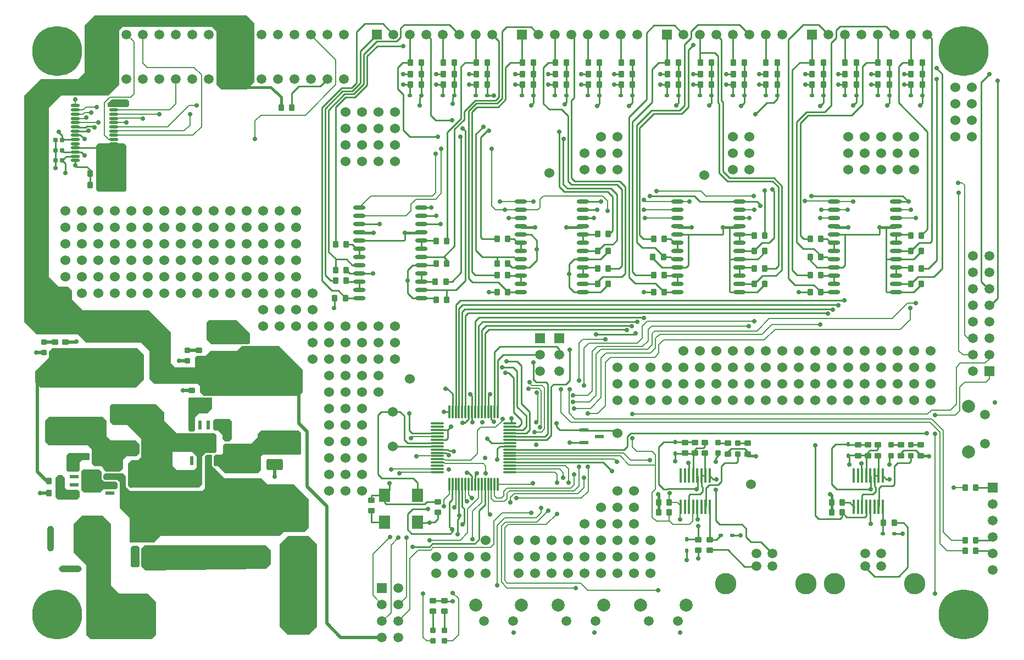
<source format=gtl>
G04 Layer_Physical_Order=1*
G04 Layer_Color=255*
%FSLAX23Y23*%
%MOIN*%
G70*
G01*
G75*
G04:AMPARAMS|DCode=10|XSize=39mil|YSize=35mil|CornerRadius=4mil|HoleSize=0mil|Usage=FLASHONLY|Rotation=270.000|XOffset=0mil|YOffset=0mil|HoleType=Round|Shape=RoundedRectangle|*
%AMROUNDEDRECTD10*
21,1,0.039,0.027,0,0,270.0*
21,1,0.031,0.035,0,0,270.0*
1,1,0.009,-0.013,-0.015*
1,1,0.009,-0.013,0.015*
1,1,0.009,0.013,0.015*
1,1,0.009,0.013,-0.015*
%
%ADD10ROUNDEDRECTD10*%
G04:AMPARAMS|DCode=11|XSize=39mil|YSize=35mil|CornerRadius=4mil|HoleSize=0mil|Usage=FLASHONLY|Rotation=180.000|XOffset=0mil|YOffset=0mil|HoleType=Round|Shape=RoundedRectangle|*
%AMROUNDEDRECTD11*
21,1,0.039,0.027,0,0,180.0*
21,1,0.031,0.035,0,0,180.0*
1,1,0.009,-0.015,0.013*
1,1,0.009,0.015,0.013*
1,1,0.009,0.015,-0.013*
1,1,0.009,-0.015,-0.013*
%
%ADD11ROUNDEDRECTD11*%
G04:AMPARAMS|DCode=12|XSize=31mil|YSize=31mil|CornerRadius=4mil|HoleSize=0mil|Usage=FLASHONLY|Rotation=270.000|XOffset=0mil|YOffset=0mil|HoleType=Round|Shape=RoundedRectangle|*
%AMROUNDEDRECTD12*
21,1,0.031,0.024,0,0,270.0*
21,1,0.024,0.031,0,0,270.0*
1,1,0.008,-0.012,-0.012*
1,1,0.008,-0.012,0.012*
1,1,0.008,0.012,0.012*
1,1,0.008,0.012,-0.012*
%
%ADD12ROUNDEDRECTD12*%
G04:AMPARAMS|DCode=13|XSize=26mil|YSize=20mil|CornerRadius=2mil|HoleSize=0mil|Usage=FLASHONLY|Rotation=180.000|XOffset=0mil|YOffset=0mil|HoleType=Round|Shape=RoundedRectangle|*
%AMROUNDEDRECTD13*
21,1,0.026,0.016,0,0,180.0*
21,1,0.022,0.020,0,0,180.0*
1,1,0.004,-0.011,0.008*
1,1,0.004,0.011,0.008*
1,1,0.004,0.011,-0.008*
1,1,0.004,-0.011,-0.008*
%
%ADD13ROUNDEDRECTD13*%
%ADD14R,0.071X0.079*%
%ADD15R,0.014X0.087*%
%ADD16O,0.075X0.024*%
%ADD17O,0.012X0.083*%
%ADD18O,0.083X0.012*%
%ADD19O,0.055X0.018*%
%ADD20R,0.122X0.102*%
%ADD21R,0.024X0.057*%
%ADD22R,0.102X0.122*%
%ADD23R,0.057X0.024*%
G04:AMPARAMS|DCode=24|XSize=24mil|YSize=24mil|CornerRadius=2mil|HoleSize=0mil|Usage=FLASHONLY|Rotation=270.000|XOffset=0mil|YOffset=0mil|HoleType=Round|Shape=RoundedRectangle|*
%AMROUNDEDRECTD24*
21,1,0.024,0.019,0,0,270.0*
21,1,0.019,0.024,0,0,270.0*
1,1,0.005,-0.009,-0.009*
1,1,0.005,-0.009,0.009*
1,1,0.005,0.009,0.009*
1,1,0.005,0.009,-0.009*
%
%ADD24ROUNDEDRECTD24*%
%ADD25R,0.213X0.114*%
G04:AMPARAMS|DCode=26|XSize=26mil|YSize=20mil|CornerRadius=2mil|HoleSize=0mil|Usage=FLASHONLY|Rotation=270.000|XOffset=0mil|YOffset=0mil|HoleType=Round|Shape=RoundedRectangle|*
%AMROUNDEDRECTD26*
21,1,0.026,0.016,0,0,270.0*
21,1,0.022,0.020,0,0,270.0*
1,1,0.004,-0.008,-0.011*
1,1,0.004,-0.008,0.011*
1,1,0.004,0.008,0.011*
1,1,0.004,0.008,-0.011*
%
%ADD26ROUNDEDRECTD26*%
G04:AMPARAMS|DCode=27|XSize=31mil|YSize=31mil|CornerRadius=4mil|HoleSize=0mil|Usage=FLASHONLY|Rotation=0.000|XOffset=0mil|YOffset=0mil|HoleType=Round|Shape=RoundedRectangle|*
%AMROUNDEDRECTD27*
21,1,0.031,0.024,0,0,0.0*
21,1,0.024,0.031,0,0,0.0*
1,1,0.008,0.012,-0.012*
1,1,0.008,-0.012,-0.012*
1,1,0.008,-0.012,0.012*
1,1,0.008,0.012,0.012*
%
%ADD27ROUNDEDRECTD27*%
G04:AMPARAMS|DCode=28|XSize=98mil|YSize=67mil|CornerRadius=8mil|HoleSize=0mil|Usage=FLASHONLY|Rotation=0.000|XOffset=0mil|YOffset=0mil|HoleType=Round|Shape=RoundedRectangle|*
%AMROUNDEDRECTD28*
21,1,0.098,0.050,0,0,0.0*
21,1,0.082,0.067,0,0,0.0*
1,1,0.017,0.041,-0.025*
1,1,0.017,-0.041,-0.025*
1,1,0.017,-0.041,0.025*
1,1,0.017,0.041,0.025*
%
%ADD28ROUNDEDRECTD28*%
%ADD29R,0.132X0.071*%
G04:AMPARAMS|DCode=30|XSize=71mil|YSize=51mil|CornerRadius=6mil|HoleSize=0mil|Usage=FLASHONLY|Rotation=0.000|XOffset=0mil|YOffset=0mil|HoleType=Round|Shape=RoundedRectangle|*
%AMROUNDEDRECTD30*
21,1,0.071,0.038,0,0,0.0*
21,1,0.058,0.051,0,0,0.0*
1,1,0.013,0.029,-0.019*
1,1,0.013,-0.029,-0.019*
1,1,0.013,-0.029,0.019*
1,1,0.013,0.029,0.019*
%
%ADD30ROUNDEDRECTD30*%
%ADD31C,0.010*%
%ADD32C,0.008*%
%ADD33C,0.020*%
%ADD34C,0.015*%
%ADD35C,0.060*%
%ADD36C,0.059*%
%ADD37R,0.059X0.059*%
%ADD38C,0.079*%
%ADD39R,0.039X0.157*%
%ADD40O,0.039X0.157*%
%ADD41O,0.138X0.039*%
%ADD42R,0.059X0.059*%
%ADD43C,0.130*%
%ADD44C,0.118*%
%ADD45C,0.067*%
%ADD46R,0.067X0.067*%
G04:AMPARAMS|DCode=47|XSize=67mil|YSize=67mil|CornerRadius=8mil|HoleSize=0mil|Usage=FLASHONLY|Rotation=270.000|XOffset=0mil|YOffset=0mil|HoleType=Round|Shape=RoundedRectangle|*
%AMROUNDEDRECTD47*
21,1,0.067,0.050,0,0,270.0*
21,1,0.050,0.067,0,0,270.0*
1,1,0.017,-0.025,-0.025*
1,1,0.017,-0.025,0.025*
1,1,0.017,0.025,0.025*
1,1,0.017,0.025,-0.025*
%
%ADD47ROUNDEDRECTD47*%
%ADD48C,0.067*%
%ADD49C,0.303*%
%ADD50C,0.028*%
G36*
X580Y3885D02*
X1400D01*
X1445Y3840D01*
Y3725D01*
D01*
X1445Y3480D01*
X1400Y3435D01*
X1245Y3435D01*
X1215Y3465D01*
Y3740D01*
Y3790D01*
X1190Y3815D01*
X645D01*
X625Y3795D01*
X625Y3795D01*
Y3465D01*
X560Y3400D01*
X520D01*
D01*
X275D01*
X200Y3325D01*
Y2300D01*
X260Y2240D01*
X315D01*
X340Y2215D01*
Y2160D01*
X405Y2095D01*
X565Y2095D01*
X565Y2095D01*
X805D01*
X940Y1960D01*
Y1775D01*
X965Y1750D01*
X1085D01*
Y1810D01*
X1095Y1820D01*
X1150D01*
X1180Y1850D01*
X1340Y1850D01*
X1370Y1880D01*
X1595Y1880D01*
X1740Y1735D01*
Y1600D01*
X1715Y1575D01*
X1140D01*
X1115Y1600D01*
Y1635D01*
X1100Y1650D01*
X840Y1650D01*
X810Y1680D01*
X810Y1850D01*
X760Y1900D01*
X540Y1900D01*
Y1900D01*
X425D01*
X375Y1950D01*
X125D01*
X50Y2025D01*
Y3325D01*
X50D01*
X50Y3400D01*
X150Y3500D01*
X375Y3500D01*
X415Y3540D01*
Y3825D01*
X445Y3855D01*
X475Y3885D01*
X580Y3885D01*
X580Y3885D01*
D02*
G37*
G36*
X685Y3365D02*
Y3340D01*
X675Y3330D01*
Y3375D01*
X685Y3365D01*
D02*
G37*
G36*
X675Y3375D02*
X675Y3330D01*
X560Y3330D01*
X555Y3335D01*
Y3350D01*
X580Y3375D01*
X675Y3375D01*
D02*
G37*
G36*
X670Y3095D02*
Y2825D01*
X660Y2815D01*
X500D01*
X485Y2830D01*
Y3095D01*
X500Y3110D01*
X655D01*
X670Y3095D01*
D02*
G37*
G36*
X1420Y1955D02*
Y1900D01*
X1410Y1890D01*
X1185D01*
X1155Y1920D01*
Y2020D01*
X1170Y2035D01*
X1340D01*
X1420Y1955D01*
D02*
G37*
G36*
X420Y1865D02*
X735D01*
X775Y1825D01*
Y1675D01*
X725Y1625D01*
X150D01*
X115Y1660D01*
Y1725D01*
X200Y1810D01*
Y1845D01*
X220Y1865D01*
X420Y1865D01*
D02*
G37*
G36*
X1190Y1560D02*
Y1500D01*
X1160Y1470D01*
X1110D01*
X1085Y1445D01*
Y1370D01*
X1075Y1360D01*
X1055D01*
X1045Y1370D01*
Y1560D01*
X1050Y1565D01*
X1185D01*
X1190Y1560D01*
D02*
G37*
G36*
X1295Y1435D02*
X1308Y1423D01*
Y1315D01*
X1293Y1300D01*
X1268D01*
X1253Y1315D01*
Y1337D01*
X1225Y1365D01*
X1205Y1365D01*
X1195Y1375D01*
X1195Y1425D01*
X1205Y1435D01*
X1295Y1435D01*
D02*
G37*
G36*
X900Y1475D02*
Y1425D01*
X975Y1350D01*
X1205D01*
X1215Y1340D01*
Y1240D01*
X1205Y1230D01*
X1150Y1230D01*
X1130Y1210D01*
Y1125D01*
Y1040D01*
X1110Y1020D01*
Y1125D01*
X1080D01*
X1095Y1140D01*
Y1210D01*
X1070Y1235D01*
X950D01*
Y1150D01*
X975Y1125D01*
X1110Y1125D01*
X1110Y1020D01*
X880Y1020D01*
X700D01*
X695Y1015D01*
X680Y1030D01*
Y1165D01*
X700Y1185D01*
X740D01*
X760Y1205D01*
Y1285D01*
Y1315D01*
X675Y1400D01*
X590Y1400D01*
X570Y1420D01*
Y1515D01*
X580Y1525D01*
X850D01*
X900Y1475D01*
D02*
G37*
G36*
X445Y1225D02*
Y1190D01*
X440Y1185D01*
X400D01*
X385Y1170D01*
Y1125D01*
X375Y1115D01*
X315D01*
X305Y1125D01*
Y1215D01*
X320Y1230D01*
X440D01*
X445Y1225D01*
D02*
G37*
G36*
X550Y1425D02*
Y1325D01*
X555D01*
X575Y1305D01*
X725D01*
X750Y1280D01*
Y1230D01*
X730Y1210D01*
X670D01*
X650Y1190D01*
Y1135D01*
X630Y1115D01*
X545D01*
X530Y1130D01*
Y1140D01*
X520Y1150D01*
X475D01*
X460Y1165D01*
Y1250D01*
X435Y1275D01*
X200D01*
X175Y1300D01*
Y1425D01*
X200Y1450D01*
X525D01*
X550Y1425D01*
D02*
G37*
G36*
X1730Y1350D02*
Y1225D01*
X1725Y1220D01*
X1495D01*
X1485Y1210D01*
Y1125D01*
X1465Y1105D01*
X1270D01*
X1225Y1150D01*
X1205D01*
X1200Y1155D01*
Y1210D01*
X1210Y1220D01*
X1245D01*
X1255Y1230D01*
Y1275D01*
X1265Y1285D01*
X1425D01*
X1465Y1325D01*
Y1345D01*
X1485Y1365D01*
X1715D01*
X1730Y1350D01*
D02*
G37*
G36*
X1190Y1215D02*
Y1150D01*
X1245Y1095D01*
X1265Y1075D01*
Y1075D01*
X1490D01*
X1525Y1040D01*
X1685D01*
X1725Y1000D01*
X1775Y950D01*
Y875D01*
Y775D01*
X1750Y750D01*
X1625D01*
X1600Y725D01*
X875D01*
X835Y685D01*
X690D01*
Y835D01*
X660Y865D01*
X660D01*
X630Y895D01*
X630Y1050D01*
X615Y1065D01*
X540D01*
X530Y1075D01*
Y1095D01*
X540Y1105D01*
X650D01*
X665Y1090D01*
Y1025D01*
X690Y1000D01*
X1130D01*
X1145Y1015D01*
X1145Y1145D01*
Y1210D01*
X1155Y1220D01*
X1185D01*
X1190Y1215D01*
D02*
G37*
G36*
X520Y1115D02*
Y1070D01*
X535Y1055D01*
X605D01*
X615Y1045D01*
Y1020D01*
X605Y1010D01*
X530D01*
X510Y990D01*
X410D01*
X395Y1005D01*
Y1120D01*
X405Y1130D01*
X505D01*
X520Y1115D01*
D02*
G37*
G36*
X295Y1080D02*
Y1020D01*
X310Y1005D01*
X375D01*
X385Y995D01*
Y960D01*
X370Y945D01*
X255D01*
X240Y960D01*
Y1080D01*
X255Y1095D01*
X280D01*
X295Y1080D01*
D02*
G37*
G36*
X740Y665D02*
X750Y655D01*
X750Y545D01*
X740Y535D01*
X705D01*
X695Y545D01*
Y655D01*
X705Y665D01*
X740Y665D01*
D02*
G37*
G36*
X1530Y655D02*
X1545Y640D01*
Y555D01*
X1515Y525D01*
X785Y515D01*
X760Y540D01*
Y650D01*
X777Y670D01*
X1515D01*
X1530Y655D01*
D02*
G37*
G36*
X1825Y675D02*
X1825Y175D01*
X1775Y125D01*
X1650D01*
X1600Y175D01*
Y675D01*
X1650Y725D01*
X1775D01*
X1825Y675D01*
D02*
G37*
G36*
X575Y800D02*
Y425D01*
X625Y375D01*
X800D01*
X850Y325D01*
Y125D01*
X825Y100D01*
X450D01*
X425Y125D01*
Y550D01*
X400Y575D01*
X350Y625D01*
Y800D01*
X400Y850D01*
X525D01*
X575Y800D01*
D02*
G37*
D10*
X197Y985D02*
D03*
X263D02*
D03*
X263Y1060D02*
D03*
X197D02*
D03*
X5497Y3465D02*
D03*
X5430D02*
D03*
X5297D02*
D03*
X5230D02*
D03*
X5097D02*
D03*
X5030D02*
D03*
X4897D02*
D03*
X4830D02*
D03*
X4617D02*
D03*
X4550D02*
D03*
X4418D02*
D03*
X4352D02*
D03*
X4218D02*
D03*
X4152D02*
D03*
X4018D02*
D03*
X3952D02*
D03*
X3738D02*
D03*
X3672D02*
D03*
X3538D02*
D03*
X3472D02*
D03*
X3338D02*
D03*
X3272D02*
D03*
X3138D02*
D03*
X3072D02*
D03*
X2858D02*
D03*
X2792D02*
D03*
X2658D02*
D03*
X2592D02*
D03*
X2458D02*
D03*
X2392D02*
D03*
X5430Y3600D02*
D03*
X5497D02*
D03*
X5230D02*
D03*
X5297D02*
D03*
X5030D02*
D03*
X5097D02*
D03*
X4830D02*
D03*
X4897D02*
D03*
X4550D02*
D03*
X4617D02*
D03*
X4352D02*
D03*
X4418D02*
D03*
X4152D02*
D03*
X4218D02*
D03*
X3952D02*
D03*
X4018D02*
D03*
X3672D02*
D03*
X3738D02*
D03*
X3472D02*
D03*
X3538D02*
D03*
X3272D02*
D03*
X3338D02*
D03*
X3072D02*
D03*
X3138D02*
D03*
X2792D02*
D03*
X2858D02*
D03*
X2592D02*
D03*
X2658D02*
D03*
X2392D02*
D03*
X2458D02*
D03*
X5497Y3530D02*
D03*
X5430D02*
D03*
X5297D02*
D03*
X5230D02*
D03*
X5097D02*
D03*
X5030D02*
D03*
X4897D02*
D03*
X4830D02*
D03*
X4617D02*
D03*
X4550D02*
D03*
X4418D02*
D03*
X4352D02*
D03*
X4218D02*
D03*
X4152D02*
D03*
X4018D02*
D03*
X3952D02*
D03*
X3738D02*
D03*
X3672D02*
D03*
X3538D02*
D03*
X3472D02*
D03*
X3338D02*
D03*
X3272D02*
D03*
X3138D02*
D03*
X3072D02*
D03*
X2858D02*
D03*
X2792D02*
D03*
X2658D02*
D03*
X2592D02*
D03*
X2458D02*
D03*
X2392D02*
D03*
X5328Y805D02*
D03*
X5262D02*
D03*
X4947Y867D02*
D03*
X5013D02*
D03*
X3897D02*
D03*
X3963D02*
D03*
X4947Y927D02*
D03*
X5013D02*
D03*
X3897D02*
D03*
X3963D02*
D03*
X2547Y2515D02*
D03*
X2613D02*
D03*
X3527Y2560D02*
D03*
X3593D02*
D03*
X4477Y2550D02*
D03*
X4543D02*
D03*
X5427D02*
D03*
X5493D02*
D03*
X2003Y2495D02*
D03*
X1937D02*
D03*
X2983Y2530D02*
D03*
X2917D02*
D03*
X3933D02*
D03*
X3867D02*
D03*
X4883D02*
D03*
X4817D02*
D03*
X2542Y2270D02*
D03*
X2608D02*
D03*
X3527Y2350D02*
D03*
X3593D02*
D03*
X4477D02*
D03*
X4543D02*
D03*
X5427D02*
D03*
X5493D02*
D03*
X2003Y2275D02*
D03*
X1937D02*
D03*
X2983Y2310D02*
D03*
X2917D02*
D03*
X3933D02*
D03*
X3867D02*
D03*
X4883D02*
D03*
X4817D02*
D03*
X5823Y700D02*
D03*
X5757D02*
D03*
X5823Y635D02*
D03*
X5757D02*
D03*
X5823Y1020D02*
D03*
X5757D02*
D03*
X447Y2925D02*
D03*
X513D02*
D03*
X493Y1210D02*
D03*
X427D02*
D03*
X1673Y3325D02*
D03*
X1607D02*
D03*
X513Y2855D02*
D03*
X447D02*
D03*
X3862Y2420D02*
D03*
X3928D02*
D03*
X4817D02*
D03*
X4883D02*
D03*
X4543Y2255D02*
D03*
X4477D02*
D03*
X5493D02*
D03*
X5427D02*
D03*
X4543Y2455D02*
D03*
X4477D02*
D03*
X5493D02*
D03*
X5427D02*
D03*
X1932Y2170D02*
D03*
X1998D02*
D03*
X2917Y2205D02*
D03*
X2983D02*
D03*
X3867D02*
D03*
X3933D02*
D03*
X4817D02*
D03*
X4883D02*
D03*
X2003Y2340D02*
D03*
X1937D02*
D03*
X2983Y2380D02*
D03*
X2917D02*
D03*
X2547Y2160D02*
D03*
X2613D02*
D03*
X3593Y2255D02*
D03*
X3527D02*
D03*
X2547Y2380D02*
D03*
X2613D02*
D03*
X3593Y2455D02*
D03*
X3527D02*
D03*
D11*
X235Y1903D02*
D03*
Y1837D02*
D03*
X4210Y637D02*
D03*
Y703D02*
D03*
X4140Y637D02*
D03*
Y703D02*
D03*
X5490Y1213D02*
D03*
Y1280D02*
D03*
X4440Y1222D02*
D03*
Y1288D02*
D03*
X5370Y1213D02*
D03*
Y1280D02*
D03*
X4320Y1222D02*
D03*
Y1288D02*
D03*
X2155Y877D02*
D03*
Y943D02*
D03*
X725Y708D02*
D03*
Y642D02*
D03*
X1065Y1608D02*
D03*
Y1542D02*
D03*
X1165Y1542D02*
D03*
Y1608D02*
D03*
X1110Y1853D02*
D03*
Y1787D02*
D03*
X5230Y1213D02*
D03*
Y1280D02*
D03*
X4180Y1227D02*
D03*
Y1293D02*
D03*
X5110Y1213D02*
D03*
Y1280D02*
D03*
X4060Y1227D02*
D03*
Y1293D02*
D03*
X5170Y1213D02*
D03*
Y1280D02*
D03*
X4120Y1227D02*
D03*
Y1293D02*
D03*
X2560Y867D02*
D03*
Y933D02*
D03*
X795Y642D02*
D03*
Y708D02*
D03*
X1385Y1913D02*
D03*
Y1847D02*
D03*
X1280Y1257D02*
D03*
Y1323D02*
D03*
X300Y1903D02*
D03*
Y1837D02*
D03*
X2530Y333D02*
D03*
Y267D02*
D03*
X2600Y333D02*
D03*
Y267D02*
D03*
D12*
X170Y1903D02*
D03*
Y1837D02*
D03*
X5430Y1280D02*
D03*
Y1213D02*
D03*
X4380Y1288D02*
D03*
Y1222D02*
D03*
X5310Y1280D02*
D03*
Y1213D02*
D03*
X4260Y1293D02*
D03*
Y1227D02*
D03*
X1040Y1853D02*
D03*
Y1787D02*
D03*
X2530Y87D02*
D03*
Y153D02*
D03*
X2600Y87D02*
D03*
Y153D02*
D03*
D13*
X5428Y3400D02*
D03*
X5499D02*
D03*
X5228D02*
D03*
X5299D02*
D03*
X5028D02*
D03*
X5099D02*
D03*
X4828D02*
D03*
X4899D02*
D03*
X4548D02*
D03*
X4619D02*
D03*
X4350D02*
D03*
X4420D02*
D03*
X4150D02*
D03*
X4220D02*
D03*
X3950D02*
D03*
X4020D02*
D03*
X3670D02*
D03*
X3740D02*
D03*
X3470D02*
D03*
X3540D02*
D03*
X3270D02*
D03*
X3340D02*
D03*
X3070D02*
D03*
X3140D02*
D03*
X2790D02*
D03*
X2860D02*
D03*
X2590D02*
D03*
X2660D02*
D03*
X2390D02*
D03*
X2460D02*
D03*
X5330Y740D02*
D03*
X5260D02*
D03*
X4345Y730D02*
D03*
X4275D02*
D03*
D14*
X2235Y973D02*
D03*
X2435D02*
D03*
Y807D02*
D03*
X2235D02*
D03*
D15*
X5258Y1091D02*
D03*
X5233D02*
D03*
X5207D02*
D03*
X5182D02*
D03*
X5157D02*
D03*
X5133D02*
D03*
X5108D02*
D03*
X5082D02*
D03*
X5258Y902D02*
D03*
X5233D02*
D03*
X5207D02*
D03*
X5182D02*
D03*
X5157D02*
D03*
X5133D02*
D03*
X5108D02*
D03*
X5082D02*
D03*
X4207Y1091D02*
D03*
X4182D02*
D03*
X4157D02*
D03*
X4133D02*
D03*
X4108D02*
D03*
X4082D02*
D03*
X4057D02*
D03*
X4032D02*
D03*
X4207Y902D02*
D03*
X4182D02*
D03*
X4157D02*
D03*
X4133D02*
D03*
X4108D02*
D03*
X4082D02*
D03*
X4057D02*
D03*
X4032D02*
D03*
D16*
X2083Y2720D02*
D03*
Y2670D02*
D03*
Y2620D02*
D03*
Y2570D02*
D03*
Y2520D02*
D03*
Y2470D02*
D03*
Y2420D02*
D03*
Y2370D02*
D03*
Y2320D02*
D03*
Y2270D02*
D03*
Y2220D02*
D03*
Y2170D02*
D03*
X2457Y2720D02*
D03*
Y2670D02*
D03*
Y2620D02*
D03*
Y2570D02*
D03*
Y2520D02*
D03*
Y2470D02*
D03*
Y2420D02*
D03*
Y2370D02*
D03*
Y2320D02*
D03*
Y2270D02*
D03*
Y2220D02*
D03*
Y2170D02*
D03*
X3063Y2755D02*
D03*
Y2705D02*
D03*
Y2655D02*
D03*
Y2605D02*
D03*
Y2555D02*
D03*
Y2505D02*
D03*
Y2455D02*
D03*
Y2405D02*
D03*
Y2355D02*
D03*
Y2305D02*
D03*
Y2255D02*
D03*
Y2205D02*
D03*
X3437Y2755D02*
D03*
Y2705D02*
D03*
Y2655D02*
D03*
Y2605D02*
D03*
Y2555D02*
D03*
Y2505D02*
D03*
Y2455D02*
D03*
Y2405D02*
D03*
Y2355D02*
D03*
Y2305D02*
D03*
Y2255D02*
D03*
Y2205D02*
D03*
X4013Y2755D02*
D03*
Y2705D02*
D03*
Y2655D02*
D03*
Y2605D02*
D03*
Y2555D02*
D03*
Y2505D02*
D03*
Y2455D02*
D03*
Y2405D02*
D03*
Y2355D02*
D03*
Y2305D02*
D03*
Y2255D02*
D03*
Y2205D02*
D03*
X4387Y2755D02*
D03*
Y2705D02*
D03*
Y2655D02*
D03*
Y2605D02*
D03*
Y2555D02*
D03*
Y2505D02*
D03*
Y2455D02*
D03*
Y2405D02*
D03*
Y2355D02*
D03*
Y2305D02*
D03*
Y2255D02*
D03*
Y2205D02*
D03*
X4963Y2755D02*
D03*
Y2705D02*
D03*
Y2655D02*
D03*
Y2605D02*
D03*
Y2555D02*
D03*
Y2505D02*
D03*
Y2455D02*
D03*
Y2405D02*
D03*
Y2355D02*
D03*
Y2305D02*
D03*
Y2255D02*
D03*
Y2205D02*
D03*
X5337Y2755D02*
D03*
Y2705D02*
D03*
Y2655D02*
D03*
Y2605D02*
D03*
Y2555D02*
D03*
Y2505D02*
D03*
Y2455D02*
D03*
Y2405D02*
D03*
Y2355D02*
D03*
Y2305D02*
D03*
Y2255D02*
D03*
Y2205D02*
D03*
D17*
X2923Y1040D02*
D03*
X2903D02*
D03*
X2883D02*
D03*
X2864D02*
D03*
X2844D02*
D03*
X2824D02*
D03*
X2805D02*
D03*
X2785D02*
D03*
X2765D02*
D03*
X2745D02*
D03*
X2726D02*
D03*
X2706D02*
D03*
X2686D02*
D03*
X2667D02*
D03*
X2647D02*
D03*
X2627D02*
D03*
Y1480D02*
D03*
X2647D02*
D03*
X2667D02*
D03*
X2686D02*
D03*
X2706D02*
D03*
X2726D02*
D03*
X2745D02*
D03*
X2765D02*
D03*
X2785D02*
D03*
X2805D02*
D03*
X2824D02*
D03*
X2844D02*
D03*
X2864D02*
D03*
X2883D02*
D03*
X2903D02*
D03*
X2923D02*
D03*
D18*
X2555Y1112D02*
D03*
Y1132D02*
D03*
Y1152D02*
D03*
Y1171D02*
D03*
Y1191D02*
D03*
Y1211D02*
D03*
Y1230D02*
D03*
Y1250D02*
D03*
Y1270D02*
D03*
Y1290D02*
D03*
Y1309D02*
D03*
Y1329D02*
D03*
Y1349D02*
D03*
Y1368D02*
D03*
Y1388D02*
D03*
Y1408D02*
D03*
X2995D02*
D03*
Y1388D02*
D03*
Y1368D02*
D03*
Y1349D02*
D03*
Y1329D02*
D03*
Y1309D02*
D03*
Y1290D02*
D03*
Y1270D02*
D03*
Y1250D02*
D03*
Y1230D02*
D03*
Y1211D02*
D03*
Y1191D02*
D03*
Y1171D02*
D03*
Y1152D02*
D03*
Y1132D02*
D03*
Y1112D02*
D03*
D19*
X591Y3004D02*
D03*
Y3029D02*
D03*
Y3055D02*
D03*
Y3081D02*
D03*
Y3106D02*
D03*
Y3132D02*
D03*
Y3157D02*
D03*
Y3183D02*
D03*
Y3209D02*
D03*
Y3234D02*
D03*
Y3260D02*
D03*
Y3285D02*
D03*
Y3311D02*
D03*
Y3337D02*
D03*
X359Y3004D02*
D03*
Y3029D02*
D03*
Y3055D02*
D03*
Y3081D02*
D03*
Y3106D02*
D03*
Y3132D02*
D03*
Y3157D02*
D03*
Y3183D02*
D03*
Y3209D02*
D03*
Y3234D02*
D03*
Y3260D02*
D03*
Y3285D02*
D03*
Y3311D02*
D03*
Y3337D02*
D03*
D20*
X1140Y1290D02*
D03*
D21*
X1065Y1183D02*
D03*
X1115D02*
D03*
X1165D02*
D03*
X1215D02*
D03*
X1065Y1397D02*
D03*
X1115D02*
D03*
X1165D02*
D03*
X1215D02*
D03*
D22*
X460Y1060D02*
D03*
D23*
X567Y985D02*
D03*
Y1035D02*
D03*
Y1085D02*
D03*
Y1135D02*
D03*
X353Y985D02*
D03*
Y1035D02*
D03*
Y1085D02*
D03*
Y1135D02*
D03*
X3445Y1367D02*
D03*
Y1293D02*
D03*
X3537Y1330D02*
D03*
D24*
X240Y3005D02*
D03*
X280D02*
D03*
X240Y3065D02*
D03*
X280D02*
D03*
X240Y3130D02*
D03*
X280D02*
D03*
D25*
X1595Y1289D02*
D03*
Y1671D02*
D03*
X300Y1359D02*
D03*
Y1741D02*
D03*
D26*
X4070Y635D02*
D03*
Y705D02*
D03*
X5050Y1211D02*
D03*
Y1282D02*
D03*
X4000Y1225D02*
D03*
Y1295D02*
D03*
D27*
X727Y565D02*
D03*
X793D02*
D03*
D28*
X1569Y1160D02*
D03*
X1411D02*
D03*
X834Y1255D02*
D03*
X676D02*
D03*
D29*
X1245Y1786D02*
D03*
Y1984D02*
D03*
X650Y1664D02*
D03*
Y1466D02*
D03*
D30*
X1060Y1067D02*
D03*
Y953D02*
D03*
X950Y1062D02*
D03*
Y948D02*
D03*
X835Y1062D02*
D03*
Y948D02*
D03*
X725Y1062D02*
D03*
Y948D02*
D03*
D31*
X2742Y2077D02*
X4923D01*
X2726Y2061D02*
X2742Y2077D01*
X4923D02*
X4925Y2075D01*
X5182Y803D02*
Y902D01*
Y803D02*
X5185Y800D01*
X5150Y840D02*
X5157Y848D01*
X5040Y840D02*
X5150D01*
X5186Y1011D02*
Y1088D01*
X5185Y1010D02*
X5186Y1011D01*
X4980Y1010D02*
X5185D01*
X5140Y980D02*
X5200D01*
X5215Y995D01*
Y1020D01*
X5235Y904D02*
Y1015D01*
X5250Y1030D01*
X4950Y1040D02*
X4980Y1010D01*
X5207Y1028D02*
X5215Y1020D01*
X5233Y902D02*
X5235Y904D01*
X2995Y1171D02*
X2996Y1172D01*
X3437Y2655D02*
X3505D01*
X3590Y2815D02*
X3620Y2785D01*
X4115Y2790D02*
X4150Y2755D01*
X3783Y3203D02*
X3870Y3290D01*
X3783Y2552D02*
X3805Y2530D01*
X3783Y2552D02*
Y3203D01*
X3845Y2790D02*
X4115D01*
X3765Y2510D02*
Y3220D01*
X2830Y2025D02*
X3770D01*
X3753Y1948D02*
X3760Y1955D01*
X3522Y1948D02*
X3753D01*
X3520Y1950D02*
X3522Y1948D01*
X280Y3005D02*
X300Y2985D01*
Y2930D02*
Y2985D01*
X260Y3175D02*
Y3180D01*
Y3175D02*
X280Y3155D01*
X360Y3210D02*
X365Y3205D01*
X360Y3210D02*
X360Y3210D01*
X359D02*
X360D01*
X422Y3205D02*
X429Y3212D01*
X468D01*
X365Y3205D02*
X422D01*
X468Y3212D02*
X475Y3205D01*
X359Y3183D02*
X438D01*
X3954Y1012D02*
X4128D01*
X4130Y1010D01*
X3952D02*
X3954Y1012D01*
X3930Y1010D02*
X3952D01*
X4130D02*
X4131D01*
X4136Y1014D01*
Y1088D01*
X4157Y1028D02*
Y1091D01*
Y1028D02*
X4165Y1020D01*
Y995D02*
Y1020D01*
X4185Y904D02*
Y1015D01*
X4150Y980D02*
X4165Y995D01*
X4090Y980D02*
X4150D01*
X4182Y902D02*
X4185Y904D01*
X2630Y930D02*
X2646Y946D01*
X2630Y780D02*
Y930D01*
Y780D02*
X2645Y765D01*
X2647Y1035D02*
Y1040D01*
X2646Y946D02*
Y1035D01*
X2686Y851D02*
Y1040D01*
X2680Y735D02*
Y825D01*
X2457Y2670D02*
X2550D01*
X2457Y2620D02*
X2575D01*
X2615Y1620D02*
X2647Y1588D01*
X2605Y1620D02*
X2615D01*
X3040Y1510D02*
Y1725D01*
X2950Y1750D02*
X3015D01*
X3040Y1725D01*
X2970Y1715D02*
X2990D01*
X3020Y1685D01*
X3137Y1682D02*
Y1777D01*
X3140Y1780D01*
X3135Y1680D02*
X3137Y1682D01*
X240Y2960D02*
Y3130D01*
X280Y3130D02*
Y3155D01*
X395Y3055D02*
X415Y3035D01*
X359Y3055D02*
X395D01*
X240Y3130D02*
X240Y3130D01*
X280Y3005D02*
X304Y3029D01*
X359D01*
X280Y3065D02*
X290Y3055D01*
X359D01*
X282Y3132D02*
X359D01*
X185Y1060D02*
X197D01*
X427Y1210D02*
X430D01*
X4850Y850D02*
Y1275D01*
X5330Y740D02*
X5380D01*
X5150Y540D02*
X5210Y480D01*
X5355D01*
X5410Y535D01*
Y780D01*
X5385Y805D02*
X5410Y780D01*
X5328Y805D02*
X5385D01*
X5258Y803D02*
Y902D01*
Y803D02*
X5260Y800D01*
Y805D01*
Y740D02*
Y800D01*
X4245Y820D02*
Y1005D01*
Y820D02*
X4270Y795D01*
X4140Y590D02*
Y637D01*
X4490Y541D02*
X4492D01*
X4318Y642D02*
X4420Y540D01*
X4490D01*
X4395Y730D02*
X4395Y730D01*
X4345Y730D02*
X4395D01*
X4248Y703D02*
X4275Y730D01*
X4210Y703D02*
X4248D01*
X4140D02*
Y785D01*
X4210Y703D02*
Y900D01*
X4070Y705D02*
X4135D01*
X4070Y580D02*
X4070Y580D01*
Y635D01*
X3300Y1370D02*
X3450D01*
X3445Y1365D02*
X3620D01*
X3635Y1350D01*
X3650D01*
X3710Y1270D02*
Y1330D01*
X3690Y1250D02*
X3710Y1270D01*
X2995Y1250D02*
X3690D01*
X3710Y1330D02*
X3730Y1350D01*
X5525D01*
X3208Y1328D02*
X3225Y1345D01*
X3134Y1328D02*
X3208D01*
X3133Y1329D02*
X3134Y1328D01*
X2995Y1329D02*
X3133D01*
X3135Y1680D02*
X3155Y1660D01*
X3225Y1345D02*
Y1650D01*
X3245Y1335D02*
Y1630D01*
X3219Y1309D02*
X3245Y1335D01*
X2995Y1309D02*
X3219D01*
X3357Y1293D02*
X3445D01*
X3280Y1390D02*
Y1410D01*
Y1390D02*
X3300Y1370D01*
X3245Y1630D02*
X3260Y1645D01*
X2550Y3530D02*
X2592D01*
X2590Y3400D02*
Y3465D01*
X2750Y3530D02*
X2792D01*
X2790Y3400D02*
Y3465D01*
X3030Y3530D02*
X3072D01*
X3070Y3400D02*
Y3465D01*
X3230Y3530D02*
X3272D01*
X3270Y3400D02*
Y3465D01*
X3430Y3530D02*
X3472D01*
X3470Y3400D02*
Y3465D01*
X3630Y3530D02*
X3672D01*
X3670Y3400D02*
Y3465D01*
X3910Y3530D02*
X3952D01*
X3950Y3400D02*
Y3465D01*
X4110Y3530D02*
X4152D01*
X4150Y3400D02*
Y3465D01*
X4310Y3530D02*
X4352D01*
X4350Y3400D02*
Y3465D01*
X4508Y3530D02*
X4550D01*
X4548Y3400D02*
Y3465D01*
X4788Y3530D02*
X4830D01*
X4828Y3400D02*
Y3465D01*
X4988Y3530D02*
X5030D01*
X5028Y3400D02*
Y3465D01*
X5188Y3530D02*
X5230D01*
X5228Y3400D02*
Y3465D01*
X5388Y3530D02*
X5430D01*
X5428Y3400D02*
Y3465D01*
X2350Y3530D02*
X2392D01*
X2390Y3400D02*
Y3465D01*
X3368Y2897D02*
X3387Y2878D01*
X5422Y2255D02*
X5427Y2250D01*
X5472Y2300D02*
X5570D01*
X5427Y2255D02*
X5472Y2300D01*
X5422Y2455D02*
X5427Y2450D01*
X5545Y2505D02*
X5555Y2515D01*
X5477Y2505D02*
X5545D01*
X5427Y2455D02*
X5477Y2505D01*
X5445Y2205D02*
X5495Y2255D01*
X5337Y2205D02*
X5445D01*
Y2405D02*
X5495Y2455D01*
X5337Y2405D02*
X5445D01*
X4883Y2200D02*
X4888Y2205D01*
X4685Y2290D02*
X4725Y2250D01*
X4840D01*
X4883Y2207D01*
Y2205D02*
Y2207D01*
X4735Y2510D02*
X4775Y2470D01*
X4840D01*
X4883Y2427D01*
Y2420D02*
Y2427D01*
X4495Y2205D02*
X4545Y2255D01*
X4387Y2205D02*
X4495D01*
X4472Y2255D02*
X4477Y2250D01*
X4330Y2898D02*
X4597D01*
X4645Y2850D01*
Y2340D02*
Y2850D01*
X4610Y2305D02*
X4645Y2340D01*
X4527Y2305D02*
X4610D01*
X4477Y2255D02*
X4527Y2305D01*
X4472Y2455D02*
X4477Y2450D01*
X4570Y2505D02*
X4600Y2535D01*
X4525Y2505D02*
X4570D01*
X4477Y2457D02*
X4525Y2505D01*
X4477Y2455D02*
Y2457D01*
X4500Y2405D02*
X4545Y2450D01*
X4387Y2405D02*
X4500D01*
X3810Y2205D02*
X3867D01*
X3933Y2200D02*
X3938Y2205D01*
X3720Y2295D02*
X3755Y2260D01*
X3878D01*
X3933Y2205D01*
X3765Y2510D02*
X3800Y2475D01*
X3875D01*
X3928Y2422D01*
Y2420D02*
Y2422D01*
X3860Y2415D02*
X3920Y2355D01*
X4013D01*
X3387Y2878D02*
X3662D01*
X3370Y2860D02*
X3645D01*
X3350Y2880D02*
X3370Y2860D01*
X3662Y2878D02*
X3695Y2845D01*
Y2320D02*
Y2845D01*
X3675Y2300D02*
X3695Y2320D01*
X3560Y2300D02*
X3675D01*
X3527Y2267D02*
X3560Y2300D01*
X3527Y2255D02*
Y2267D01*
X3610Y2835D02*
X3645Y2800D01*
Y2520D02*
Y2800D01*
X3620Y2495D02*
X3645Y2520D01*
X3570Y2495D02*
X3620D01*
X3530Y2455D02*
X3570Y2495D01*
X3527Y2455D02*
X3530D01*
X3545Y2405D02*
X3595Y2455D01*
X3437Y2405D02*
X3545D01*
X3437Y2455D02*
X3527D01*
X3545Y2205D02*
X3595Y2255D01*
X3437Y2205D02*
X3545D01*
X3437Y2255D02*
X3525D01*
X3063Y2205D02*
X3065D01*
X2983D02*
X3063D01*
X2985Y2380D02*
X3010Y2355D01*
X3063D01*
X2830Y2420D02*
X3020D01*
X2917Y2380D02*
Y2418D01*
X1855Y2275D02*
X1915Y2215D01*
X1955D01*
X1910Y2275D02*
X1937D01*
X1875Y2310D02*
X1910Y2275D01*
X1895Y2450D02*
X1937Y2408D01*
Y2405D02*
Y2408D01*
Y2495D02*
X1940Y2498D01*
X1955Y2215D02*
X2000Y2170D01*
X2083D01*
X1932Y2112D02*
Y2170D01*
X2083D02*
X2085D01*
X1937Y2405D02*
X2005D01*
X2595Y2420D02*
X2660Y2485D01*
X2595Y2420D02*
X2615Y2400D01*
X2457Y2420D02*
X2595D01*
X2615Y2385D02*
Y2400D01*
X2790Y2460D02*
Y3165D01*
Y2460D02*
X2830Y2420D01*
X3160Y2400D02*
Y2465D01*
Y2520D01*
X3125Y2555D02*
X3160Y2520D01*
X3063Y2555D02*
X3125D01*
X3115Y2355D02*
X3160Y2400D01*
X3355Y2235D02*
Y2315D01*
Y2375D01*
X3385Y2405D02*
X3437D01*
X3355Y2375D02*
X3385Y2405D01*
X3355Y2235D02*
X3385Y2205D01*
X2613Y2162D02*
Y2215D01*
X2540Y2170D02*
X2550Y2160D01*
X2457Y2170D02*
X2540D01*
X2375Y2275D02*
Y2340D01*
Y2200D02*
Y2275D01*
X2405Y2370D02*
X2457D01*
X2375Y2340D02*
X2405Y2370D01*
X2375Y2200D02*
X2405Y2170D01*
X2535Y2370D02*
X2545Y2380D01*
X2457Y2370D02*
X2535D01*
X2083Y2320D02*
X2165D01*
X2005Y2340D02*
X2025Y2320D01*
X2083D01*
X1937Y2340D02*
Y2405D01*
X2005D02*
X2040Y2370D01*
X2083D01*
X1845Y3455D02*
X1890Y3500D01*
X1715Y3455D02*
X1845D01*
X1673Y3413D02*
X1715Y3455D01*
X1673Y3325D02*
Y3413D01*
X420Y3260D02*
X425Y3265D01*
X359Y3260D02*
Y3260D01*
X2765Y2330D02*
X2785Y2310D01*
X5058Y927D02*
X5085Y900D01*
X5013Y927D02*
X5058D01*
X447Y2855D02*
Y2925D01*
X513Y2855D02*
Y2925D01*
X430Y2965D02*
X447Y2948D01*
Y2925D02*
Y2948D01*
X370Y2965D02*
X430D01*
X360Y2975D02*
X370Y2965D01*
X360Y2975D02*
Y3003D01*
X357Y3005D02*
X359Y3004D01*
X360Y3003D01*
X5430Y1280D02*
X5490D01*
X5207Y1091D02*
X5233D01*
X5013Y867D02*
X5040Y840D01*
X5157Y848D02*
Y902D01*
X5052Y1280D02*
X5110D01*
X5170D01*
X5182Y1091D02*
X5186Y1088D01*
X5050Y1282D02*
X5052Y1280D01*
X2883Y1432D02*
Y1480D01*
X2745Y1435D02*
Y1480D01*
X5133Y902D02*
Y973D01*
X5140Y980D01*
X5207Y1028D02*
Y1091D01*
X5420Y1170D02*
X5430Y1180D01*
Y1213D01*
X5250Y1030D02*
X5320D01*
X5350Y1170D02*
X5420D01*
X5279Y1070D02*
X5300D01*
X5258Y1091D02*
X5279Y1070D01*
X2155Y970D02*
X2158Y973D01*
X2155Y943D02*
Y970D01*
X2158Y807D02*
X2235D01*
X2155Y810D02*
X2158Y807D01*
X2155Y810D02*
Y877D01*
X359Y3081D02*
Y3106D01*
Y3209D02*
Y3210D01*
X4207Y1091D02*
X4229Y1070D01*
X4250D01*
X4082Y902D02*
Y973D01*
X4090Y980D01*
X4157Y1091D02*
X4182D01*
X4180Y1094D02*
X4182Y1091D01*
X3900Y1040D02*
X3930Y1010D01*
X4133Y1091D02*
X4136Y1088D01*
X4300Y1170D02*
X4370D01*
X4380Y1180D01*
Y1213D01*
Y1290D02*
X4440D01*
X4260D02*
X4320D01*
X5013Y843D02*
Y867D01*
X5000Y830D02*
X5013Y843D01*
X4870Y830D02*
X5000D01*
X4850Y850D02*
X4870Y830D01*
X2530Y153D02*
Y267D01*
Y270D01*
X2600Y150D02*
Y153D01*
Y267D01*
X2530Y333D02*
X2597D01*
X2600Y330D01*
X2650D01*
X438Y3183D02*
X440Y3185D01*
X359Y3081D02*
X589D01*
X590Y3080D01*
X2495Y1270D02*
X2555D01*
X2285Y1270D02*
X2509D01*
X2083Y2570D02*
X2088Y2565D01*
X2405Y2170D02*
X2457D01*
X2083Y2520D02*
X2355D01*
X2360Y2525D01*
Y2565D01*
X2040Y2495D02*
X2065Y2470D01*
X2003Y2495D02*
X2040D01*
X2083Y2420D02*
Y2470D01*
X2065D02*
X2083D01*
X2003Y2275D02*
X2008Y2270D01*
X2083D01*
Y2220D02*
Y2270D01*
X2457Y2520D02*
X2542D01*
X2457Y2470D02*
Y2520D01*
X2542D02*
X2547Y2515D01*
X2457Y2270D02*
Y2320D01*
X3063Y2605D02*
X3068Y2600D01*
X3063Y2355D02*
X3115D01*
X3385Y2205D02*
X3437D01*
X3020Y2530D02*
X3045Y2505D01*
X2983Y2530D02*
X3020D01*
X3063Y2455D02*
Y2505D01*
X3045D02*
X3063D01*
X3020Y2420D02*
X3035Y2405D01*
X3063D01*
X2983Y2310D02*
X2988Y2305D01*
X3063D01*
Y2255D02*
Y2305D01*
X3437Y2555D02*
X3522D01*
X3437Y2505D02*
Y2555D01*
X3522D02*
X3527Y2550D01*
X3437Y2305D02*
Y2355D01*
X3522D01*
X4013Y2605D02*
X4018Y2600D01*
X4013Y2355D02*
X4065D01*
X4013Y2555D02*
X4080D01*
X4065Y2355D02*
X4080Y2370D01*
Y2555D01*
X4285D01*
X4330Y2210D02*
X4335Y2205D01*
X4330Y2405D02*
Y2600D01*
Y2210D02*
Y2405D01*
X4335Y2205D02*
X4387D01*
X4330Y2405D02*
X4387D01*
X4285Y2555D02*
X4290Y2560D01*
Y2600D01*
X3970Y2530D02*
X3995Y2505D01*
X3933Y2530D02*
X3970D01*
X4013Y2455D02*
Y2505D01*
X3995D02*
X4013D01*
X3933Y2420D02*
X3970D01*
X3985Y2405D01*
X4013D01*
X3933Y2310D02*
X3938Y2305D01*
X4013D01*
Y2255D02*
Y2305D01*
X3938Y2205D02*
X4013D01*
X4387Y2555D02*
X4472D01*
X4387Y2505D02*
Y2555D01*
X4472D02*
X4477Y2550D01*
X4387Y2455D02*
X4472D01*
X4387Y2305D02*
Y2355D01*
X4472D01*
X4387Y2255D02*
X4472D01*
X4963Y2605D02*
X4968Y2600D01*
X4963Y2555D02*
X5030D01*
X5015Y2355D02*
X5030Y2370D01*
Y2555D01*
X5235D01*
X5280Y2210D02*
X5285Y2205D01*
X5280Y2405D02*
Y2600D01*
Y2210D02*
Y2405D01*
X5285Y2205D02*
X5337D01*
X5280Y2405D02*
X5337D01*
X5235Y2555D02*
X5240Y2560D01*
Y2600D01*
X4920Y2530D02*
X4945Y2505D01*
X4883Y2530D02*
X4920D01*
X4963Y2455D02*
Y2505D01*
X4945D02*
X4963D01*
X4883Y2420D02*
X4920D01*
X4935Y2405D01*
X4963D01*
X4883Y2310D02*
X4888Y2305D01*
X4963D01*
Y2255D02*
Y2305D01*
X4888Y2205D02*
X4963D01*
X5337Y2555D02*
X5422D01*
X5337Y2505D02*
Y2555D01*
X5422D02*
X5427Y2550D01*
X5337Y2455D02*
X5422D01*
X5337Y2305D02*
Y2355D01*
X5422D01*
X5337Y2255D02*
X5422D01*
X2613Y2515D02*
X2615Y2517D01*
X2457Y2720D02*
X2520D01*
X2355Y1310D02*
Y1455D01*
X2330Y1480D02*
X2355Y1455D01*
X2285Y1480D02*
X2330D01*
X2785Y2310D02*
X2917D01*
X2830Y2530D02*
X2917D01*
X3593Y2350D02*
X3660D01*
X3675Y2365D01*
Y2830D01*
X3645Y2860D02*
X3675Y2830D01*
X3437Y2755D02*
X3550D01*
X3760Y2310D02*
X3867D01*
X3805Y2530D02*
X3867D01*
X4543Y2350D02*
X4610D01*
X4625Y2365D01*
Y2845D01*
X4590Y2880D02*
X4625Y2845D01*
X4315Y2880D02*
X4590D01*
X3740Y2330D02*
X3760Y2310D01*
X4780Y2530D02*
X4817D01*
X4760Y2550D02*
X4780Y2530D01*
X4740Y2310D02*
X4817D01*
X4710Y2340D02*
X4740Y2310D01*
X5493Y2550D02*
X5498Y2555D01*
X5493Y2350D02*
X5535D01*
X5585Y2400D01*
X2215Y1480D02*
X2285D01*
X2195Y1460D02*
X2215Y1480D01*
X2195Y1100D02*
Y1460D01*
Y1100D02*
X2220Y1075D01*
X2410D01*
X2435Y1050D01*
Y975D02*
Y1050D01*
X2765Y1480D02*
Y1575D01*
X2755Y1585D02*
X2765Y1575D01*
X2864Y1480D02*
Y1574D01*
X2875Y1585D01*
X2995Y1368D02*
X3073D01*
X5823Y700D02*
X5905D01*
X5925Y720D01*
X5823Y635D02*
X5910D01*
X5925Y620D01*
X2667Y1480D02*
Y2127D01*
X2706Y1480D02*
Y2086D01*
X2726Y1480D02*
Y2061D01*
X2785Y2030D02*
X2785D01*
X2785Y1480D02*
Y2030D01*
X2824Y1480D02*
Y1975D01*
X2844Y1480D02*
X2845Y1910D01*
Y1955D01*
X2805Y2000D02*
X2805D01*
X2805Y1480D02*
Y2000D01*
X3295Y1825D02*
Y1860D01*
X3280Y1875D02*
X3295Y1860D01*
X2903Y1480D02*
Y1843D01*
X2935Y1875D01*
X3280D01*
X2923Y1480D02*
Y1793D01*
X2955Y1825D01*
X3180D01*
X3360Y1670D02*
Y1855D01*
X3335Y1645D02*
X3360Y1670D01*
X3260Y1645D02*
X3335D01*
X2995Y1388D02*
X3048D01*
X3065Y1405D01*
Y1430D01*
X3040Y1510D02*
X3095Y1455D01*
Y1390D02*
Y1455D01*
X3074Y1369D02*
X3095Y1390D01*
X2975Y1785D02*
X3040D01*
X3065Y1760D01*
Y1530D02*
Y1760D01*
Y1530D02*
X3115Y1480D01*
X3094Y1349D02*
X3115Y1370D01*
Y1480D01*
X2995Y1349D02*
X3094D01*
X3020Y1475D02*
Y1685D01*
X4133Y827D02*
Y902D01*
Y827D02*
X4135Y825D01*
X4387Y2755D02*
X4495D01*
X4515Y2735D01*
Y2730D02*
Y2735D01*
X4150Y2755D02*
X4387D01*
X2555Y1230D02*
X2610D01*
X2625Y1215D01*
X2375Y765D02*
Y860D01*
Y765D02*
X2400Y740D01*
X2635D01*
X2595Y1480D02*
X2625D01*
X2647Y1480D02*
Y1588D01*
X2401Y1349D02*
X2555D01*
X2385Y1365D02*
X2401Y1349D01*
X3215Y1660D02*
X3225Y1650D01*
X3155Y1660D02*
X3215D01*
X5905Y2120D02*
X5955Y2170D01*
X5855Y2270D02*
X5905Y2220D01*
X575Y2955D02*
Y2960D01*
X2820Y2540D02*
X2830Y2530D01*
X2080Y2620D02*
X2083D01*
X2205D01*
X2385Y1365D02*
Y1470D01*
X4280Y1150D02*
X4300Y1170D01*
X4245Y1198D02*
X4260Y1213D01*
X5310Y1280D02*
X5370D01*
Y1213D02*
Y1230D01*
X5385Y1245D02*
X5460D01*
X5490Y1215D01*
X5370Y1230D02*
X5385Y1245D01*
X5489Y1214D02*
X5490Y1213D01*
X5170Y1235D02*
X5181Y1246D01*
X5221D01*
X5230Y1255D01*
Y1275D01*
X4320Y1213D02*
Y1235D01*
X4440Y1215D02*
Y1235D01*
X4320D02*
X4340Y1255D01*
X4420D01*
X4440Y1235D01*
X3900Y1265D02*
X3930Y1295D01*
X3900Y1040D02*
Y1265D01*
X3930Y1295D02*
X4125D01*
X4080Y1094D02*
X4081Y1092D01*
X4245Y1175D02*
Y1198D01*
X4082Y1091D02*
Y1168D01*
X4080Y1170D02*
X4082Y1168D01*
X4108Y1091D02*
Y1212D01*
X4120Y1225D01*
X4000Y1180D02*
Y1225D01*
X4180Y1094D02*
Y1225D01*
X4120Y1227D02*
Y1250D01*
X4130Y1260D01*
X4170D01*
X4180Y1270D01*
X4000Y1225D02*
X4120D01*
X4180Y1270D02*
Y1293D01*
Y1295D01*
X5130Y1094D02*
X5131Y1092D01*
X5130Y1094D02*
Y1165D01*
X5157Y1091D02*
Y1202D01*
X5170Y1215D01*
Y1213D02*
Y1215D01*
Y1235D01*
X5055Y1160D02*
Y1205D01*
X5050Y1210D02*
X5055Y1205D01*
Y1215D02*
X5170D01*
X2805Y2000D02*
X2830Y2025D01*
X3437Y2705D02*
X3525D01*
X5337Y2755D02*
X5415D01*
X5320Y1030D02*
X5330Y1040D01*
Y1150D01*
X5350Y1170D01*
X5300Y1160D02*
Y1203D01*
X5310Y1213D01*
X4972Y1282D02*
X5050D01*
X4950Y1260D02*
X4972Y1282D01*
X4950Y1040D02*
Y1260D01*
X5233Y1091D02*
Y1207D01*
X5230Y1210D02*
X5233Y1207D01*
X2735Y1110D02*
X2745D01*
X2804Y1039D02*
X2805Y1040D01*
X2480Y920D02*
X2493Y933D01*
X2235Y930D02*
X2245Y920D01*
X2235Y930D02*
Y973D01*
X2245Y920D02*
X2480D01*
X2158Y973D02*
X2235D01*
X2493Y933D02*
X2560D01*
X2555Y865D02*
X2560Y860D01*
X2515Y810D02*
X2540D01*
X2560Y830D01*
Y860D01*
X2405Y890D02*
X2500D01*
X2375Y860D02*
X2405Y890D01*
X2235Y973D02*
X2265Y1003D01*
Y1045D01*
X5823Y1020D02*
X5925D01*
X5855Y2270D02*
Y3480D01*
X5905Y3530D01*
X2350Y3465D02*
X2392D01*
X2550Y3465D02*
X2590D01*
X2750D02*
X2790D01*
X3030D02*
X3070D01*
X3230Y3465D02*
X3272D01*
X3430D02*
X3472D01*
X3630Y3465D02*
X3670D01*
X3910D02*
X3950D01*
X4110D02*
X4150D01*
X4310D02*
X4350D01*
X4510Y3465D02*
X4550D01*
X4790D02*
X4830D01*
X4990D02*
X5030D01*
X5190D02*
X5230D01*
X5390D02*
X5430D01*
X2065Y3785D02*
X2115Y3835D01*
X2225D01*
X2290Y3770D01*
X2090Y3670D02*
X2190Y3770D01*
X2110Y3650D02*
X2187Y3727D01*
X2308D01*
X2333Y3752D01*
Y3808D01*
X2355Y3830D01*
X2630D01*
X2690Y3770D01*
X2128Y3637D02*
X2191Y3700D01*
X2350D01*
X2590Y3595D02*
Y3770D01*
X2870Y2205D02*
X2917D01*
X2983D02*
Y2207D01*
X2925Y2265D02*
X2983Y2207D01*
X2770Y2265D02*
X2925D01*
X2745Y2290D02*
X2770Y2265D01*
X2460Y3400D02*
Y3600D01*
X2660Y3400D02*
Y3600D01*
X2660Y3400D02*
X2660D01*
X2860D02*
X2860D01*
X2900D01*
X2860D02*
Y3600D01*
X2635Y740D02*
X2650Y755D01*
X2700Y3575D02*
X2725Y3600D01*
X2790D01*
Y3770D01*
X2650Y3390D02*
X2660Y3400D01*
X2650Y3350D02*
Y3390D01*
X2700Y3260D02*
Y3575D01*
X2718Y3253D02*
Y3303D01*
X2785Y3370D01*
X2890Y3770D02*
X2930Y3730D01*
X2785Y3370D02*
X2910D01*
X2930Y3390D01*
Y3730D01*
X2695Y3150D02*
X2700Y3145D01*
X2390Y3150D02*
X2560D01*
X2350Y3190D02*
X2390Y3150D01*
X2350Y3190D02*
Y3405D01*
X2315Y3440D02*
X2350Y3405D01*
X2315Y3440D02*
Y3570D01*
X2345Y3600D01*
X2390D01*
Y3770D01*
X2490D02*
X2515Y3745D01*
X2450Y3340D02*
Y3385D01*
X2465Y3400D01*
X2515Y3280D02*
X2545Y3250D01*
X2645D01*
X2515Y3280D02*
Y3745D01*
X2615Y2517D02*
Y3175D01*
X2660Y2485D02*
Y3195D01*
X2615Y3175D02*
X2700Y3260D01*
X2660Y3195D02*
X2718Y3253D01*
X2745Y2290D02*
Y3305D01*
X2792Y3352D01*
X2917D01*
X2948Y3383D01*
Y3788D01*
X2975Y3815D01*
X3125D01*
X3170Y3770D01*
X2765Y2330D02*
Y3299D01*
X2796Y3330D01*
X2925D01*
X2970Y3375D01*
Y3570D01*
X3000Y3600D01*
X3070D01*
Y3770D01*
X2790Y3165D02*
X2835Y3210D01*
X2820Y3145D02*
X2860Y3185D01*
X2870D01*
X2820Y2540D02*
Y3145D01*
X3470Y3595D02*
Y3770D01*
X3125Y3340D02*
X3140Y3355D01*
Y3400D01*
X3140Y3400D02*
Y3600D01*
X3330Y3345D02*
X3340Y3355D01*
Y3400D01*
X3340Y3400D02*
Y3600D01*
X3350Y2880D02*
Y3275D01*
X3310Y3315D02*
X3350Y3275D01*
X3235Y3315D02*
X3310D01*
X3200Y3350D02*
X3235Y3315D01*
X3200Y3350D02*
Y3570D01*
X3230Y3600D01*
X3270D01*
Y3770D01*
X3368Y2897D02*
Y3368D01*
X3385Y3385D01*
Y3755D01*
X3370Y3770D02*
X3385Y3755D01*
X3295Y2845D02*
X3325Y2815D01*
X3590D01*
X3320Y2860D02*
X3345Y2835D01*
X3610D01*
X3295Y2845D02*
Y3180D01*
X3670Y3595D02*
Y3770D01*
X3320Y3132D02*
X3323Y3135D01*
X3320Y2860D02*
Y3132D01*
X3525Y3335D02*
X3540Y3350D01*
Y3400D01*
X3540Y3400D02*
Y3600D01*
X3720Y3335D02*
X3740Y3355D01*
Y3400D01*
X3740Y3400D02*
Y3600D01*
X3720Y2295D02*
Y3270D01*
X3825Y3375D01*
Y3780D01*
X3870Y3825D01*
X3995D01*
X4050Y3770D01*
X3740Y2330D02*
Y3240D01*
X3860Y3360D01*
Y3560D01*
X3900Y3600D01*
X3950D01*
Y3770D01*
X4005Y3340D02*
X4020Y3355D01*
Y3400D01*
X4020Y3400D02*
Y3600D01*
X4205Y3340D02*
X4220Y3355D01*
Y3400D01*
X4220Y3400D02*
Y3600D01*
X3765Y3220D02*
X3855Y3310D01*
X4025D01*
X4055Y3340D01*
Y3710D01*
X4095Y3750D01*
Y3790D01*
X4135Y3830D01*
X4390D01*
X4450Y3770D01*
X3870Y3290D02*
X4040D01*
X4350Y3595D02*
Y3770D01*
X4040Y3290D02*
X4080Y3330D01*
Y3675D01*
X4110Y3705D01*
X2435Y807D02*
X2437Y805D01*
X2510D01*
X2515Y810D01*
X4260Y3355D02*
Y3640D01*
X4240Y3660D02*
X4260Y3640D01*
X4150Y3660D02*
X4240D01*
X4150Y3595D02*
Y3660D01*
Y3770D01*
X4280Y3370D02*
Y3740D01*
X4250Y3770D02*
X4280Y3740D01*
X4543Y2550D02*
Y2823D01*
X4548Y3595D02*
Y3770D01*
X4600Y2535D02*
Y2820D01*
X4590Y2830D02*
X4600Y2820D01*
X4400Y3335D02*
X4420Y3355D01*
Y3400D01*
X4420Y3400D02*
Y3600D01*
X4485Y3285D02*
X4555Y3355D01*
X4595D01*
X4620Y3380D01*
Y3400D01*
X4619Y3400D02*
Y3600D01*
X4685Y3740D02*
X4775Y3830D01*
X4870D01*
X4930Y3770D01*
X4685Y2290D02*
Y3740D01*
X4710Y2340D02*
Y3555D01*
X4755Y3600D01*
X4828D01*
X4830D01*
X4828D02*
Y3770D01*
X4945Y3720D02*
X4975Y3750D01*
Y3795D01*
X5000Y3820D01*
X5280D01*
X5330Y3770D01*
X5135Y3345D02*
Y3575D01*
X5160Y3600D01*
X5228D01*
X5230D01*
X5228D02*
Y3770D01*
X4760Y2550D02*
Y2742D01*
X4758Y2744D02*
X4760Y2742D01*
X4825Y2790D02*
X5380D01*
X4758Y2744D02*
Y3233D01*
X5380Y2790D02*
X5415Y2755D01*
X4758Y3233D02*
X4805Y3280D01*
X5070D01*
X5135Y3345D01*
X4735Y2510D02*
Y3240D01*
X4795Y3300D01*
X4905D01*
X4945Y3340D01*
Y3720D01*
X4880Y3335D02*
X4900Y3355D01*
Y3400D01*
X4899Y3400D02*
Y3600D01*
X5080Y3340D02*
X5100Y3360D01*
Y3400D01*
X5099Y3400D02*
Y3600D01*
X5285Y3340D02*
X5300Y3355D01*
Y3400D01*
X5299Y3400D02*
Y3600D01*
X5485Y3340D02*
X5500Y3355D01*
Y3400D01*
X5499Y3400D02*
Y3600D01*
X5355Y3575D02*
X5380Y3600D01*
X5428D01*
X5430D01*
X5428D02*
Y3770D01*
X5555Y2515D02*
Y3745D01*
X5530Y3770D02*
X5555Y3745D01*
X5028Y3595D02*
Y3770D01*
X5585Y2400D02*
Y3500D01*
X5620Y2350D02*
Y3530D01*
X5585Y3565D02*
X5620Y3530D01*
X5493Y2550D02*
X5530Y2587D01*
X5355Y3355D02*
Y3575D01*
Y3355D02*
X5530Y3180D01*
Y2587D02*
Y3180D01*
X4265Y2930D02*
X4315Y2880D01*
X4265Y2930D02*
Y3350D01*
X4260Y3355D02*
X4265Y3350D01*
X4290Y2938D02*
X4330Y2898D01*
X4290Y2938D02*
Y3360D01*
X4280Y3370D02*
X4290Y3360D01*
X3703Y1977D02*
X3705Y1975D01*
X2867Y1977D02*
X3703D01*
X3731Y2002D02*
X3735Y1998D01*
X2851Y2002D02*
X3731D01*
X3808Y2052D02*
X3810Y2050D01*
X2807Y2052D02*
X3808D01*
X2785Y2030D02*
X2807Y2052D01*
X2824Y1975D02*
X2851Y2002D01*
X2845Y1955D02*
X2867Y1977D01*
X2722Y2102D02*
X4953D01*
X2706Y2086D02*
X2722Y2102D01*
X4953D02*
X4955Y2100D01*
X2667Y2127D02*
X2695Y2155D01*
X5025D01*
X4988Y2127D02*
X4990Y2125D01*
X2707Y2127D02*
X4988D01*
X2613Y2270D02*
X2645D01*
X2700Y2325D01*
Y3145D01*
X2725Y2275D02*
Y3185D01*
X2670Y2220D02*
X2725Y2275D01*
X2457Y2220D02*
X2670D01*
X2710Y3200D02*
X2725Y3185D01*
X2457Y2270D02*
X2542D01*
X2545D01*
X4817Y2398D02*
Y2420D01*
Y2398D02*
X4860Y2355D01*
X4963D01*
X5015D01*
X4750Y2205D02*
X4817D01*
X2995Y1408D02*
X3005Y1417D01*
X2920Y1190D02*
Y1255D01*
X2935Y1270D01*
X2995D01*
X2885Y1290D02*
X2995D01*
X2860Y1315D02*
X2885Y1290D01*
X3020Y1475D02*
X3065Y1430D01*
X3005Y1417D02*
Y1440D01*
X2883Y1432D02*
X2898Y1417D01*
X2745Y1110D02*
X2765Y1090D01*
Y1040D02*
Y1090D01*
X2785Y1040D02*
Y1095D01*
X2795Y1105D01*
X2996Y1172D02*
X3563D01*
X3615Y1120D01*
X360Y3160D02*
X390D01*
X415Y3135D01*
X359Y3157D02*
X360D01*
X4185Y1015D02*
X4205Y1035D01*
X4260D01*
X4280Y1055D01*
Y1150D01*
X2355Y1310D02*
X2375Y1290D01*
X2555D01*
X3593Y2550D02*
Y2553D01*
X3620Y2580D01*
Y2785D01*
X1895Y2450D02*
Y3310D01*
X1992Y3407D01*
X1940Y2498D02*
Y3330D01*
X1999Y3389D01*
X1855Y2275D02*
Y3325D01*
X1975Y3445D01*
X1875Y2310D02*
Y3320D01*
X1980Y3425D01*
X1975Y3445D02*
X2035D01*
X2065Y3475D01*
Y3785D01*
X2055Y3389D02*
X2128Y3462D01*
X2048Y3407D02*
X2110Y3469D01*
X2040Y3425D02*
X2090Y3475D01*
X1980Y3425D02*
X2040D01*
X2090Y3475D02*
Y3670D01*
X1992Y3407D02*
X2048D01*
X2110Y3469D02*
Y3650D01*
X1999Y3389D02*
X2055D01*
X2128Y3462D02*
Y3637D01*
X2508Y660D02*
X2526Y678D01*
X2405Y660D02*
X2508D01*
X2730Y1420D02*
X2745Y1435D01*
X2766Y1419D02*
X2770Y1415D01*
X2766Y1419D02*
Y1479D01*
X2765Y1480D02*
X2766Y1479D01*
X2555Y1369D02*
X2619D01*
X2555Y1309D02*
X2609D01*
X2620Y1320D01*
Y1370D01*
X2619Y1369D02*
X2620Y1370D01*
X2640Y1390D01*
X2653Y1242D02*
X2655Y1240D01*
X2628Y1242D02*
X2653D01*
X2620Y1250D02*
X2628Y1242D01*
X2560Y1250D02*
X2620D01*
X2686Y2106D02*
X2707Y2127D01*
X2686Y1480D02*
Y2106D01*
X2707Y1413D02*
X2723D01*
X2745Y1435D01*
X2845Y915D02*
Y1040D01*
X2807Y877D02*
X2845Y915D01*
X2526Y678D02*
X2783D01*
X2807Y702D01*
Y877D01*
X4210Y642D02*
X4318D01*
X4520Y690D02*
X4590Y620D01*
X4270Y795D02*
X4405D01*
X4430Y770D01*
Y720D02*
X4460Y690D01*
X4430Y720D02*
Y770D01*
X4460Y690D02*
X4520D01*
X5955Y2170D02*
Y3490D01*
X2706Y904D02*
X2720Y890D01*
Y805D02*
Y890D01*
X2710Y795D02*
X2720Y805D01*
X2706Y904D02*
Y1040D01*
X2685Y853D02*
X2686Y851D01*
X2685Y853D02*
X2688Y850D01*
X2690D01*
Y835D02*
Y850D01*
X2680Y825D02*
X2690Y835D01*
X5570Y2300D02*
X5620Y2350D01*
D32*
X4495Y1970D02*
X4570Y2045D01*
X5315D01*
X5410Y2140D01*
X570Y3390D02*
X695D01*
X535Y3355D02*
X570Y3390D01*
X535Y3160D02*
Y3355D01*
X3740Y1465D02*
X5530D01*
X5555Y1490D01*
X3390Y1435D02*
X5555D01*
X3354Y1471D02*
X3390Y1435D01*
X3530Y1470D02*
X3575Y1515D01*
X3485Y1500D02*
X3550Y1565D01*
X3354Y1471D02*
Y1609D01*
X3360Y1615D01*
X3414Y1144D02*
X3415Y1145D01*
X3380Y1580D02*
X3470D01*
X3380Y1540D02*
X3480D01*
X3470Y1470D02*
X3530D01*
X3385Y1500D02*
X3485D01*
X3495Y1605D02*
Y1845D01*
X3470Y1580D02*
X3495Y1605D01*
X3560Y2790D02*
X3590Y2760D01*
Y2700D02*
Y2760D01*
X3820Y2755D02*
X4013D01*
X3810Y2765D02*
X3820Y2755D01*
X3885Y2820D02*
X4155D01*
X4190Y2785D01*
X3875Y1970D02*
X4495D01*
X3860Y1955D02*
X3875Y1970D01*
X3855Y2000D02*
X4445D01*
X5337Y2655D02*
X5460D01*
X4963Y2705D02*
X5045D01*
X500Y3235D02*
X500Y3235D01*
X359Y3235D02*
X500D01*
X2627Y977D02*
Y1040D01*
X2596Y946D02*
X2627Y977D01*
X2596Y904D02*
Y946D01*
X2658Y897D02*
Y905D01*
X2873Y857D02*
X2875Y855D01*
X2740Y745D02*
Y890D01*
X3180Y1385D02*
X3186Y1391D01*
Y1606D01*
X3111Y1621D02*
X3171D01*
X3110Y1620D02*
X3111Y1621D01*
X3115Y1655D02*
Y1660D01*
Y1655D02*
X3130Y1640D01*
X3171Y1621D02*
X3186Y1606D01*
X715Y3410D02*
Y3725D01*
X670Y3770D02*
X715Y3725D01*
X3283Y1047D02*
Y1097D01*
X3268Y1112D02*
X3283Y1097D01*
X2995Y1112D02*
X3268D01*
X2995Y1132D02*
X3298D01*
X5575Y375D02*
Y1345D01*
X3333Y1152D02*
X3352Y1133D01*
X3190Y1640D02*
X3206Y1624D01*
Y1374D02*
Y1624D01*
X3187Y1355D02*
X3206Y1374D01*
X3145Y1355D02*
X3187D01*
X3352Y1047D02*
Y1133D01*
X3155Y1415D02*
X3165D01*
X3160Y1595D02*
X3165Y1590D01*
X3130Y1640D02*
X3190D01*
X3165Y1415D02*
Y1590D01*
X3365Y1415D02*
X5545D01*
X3305Y1475D02*
X3365Y1415D01*
X5545D02*
X5605Y1355D01*
X5555Y1435D02*
X5625Y1365D01*
X3305Y1475D02*
Y1615D01*
X1490Y3500D02*
X1495Y3495D01*
X415Y3295D02*
X455D01*
X405Y3285D02*
X415Y3295D01*
X359Y3285D02*
X405D01*
X359Y3260D02*
X420D01*
X970Y3350D02*
Y3500D01*
X931Y3311D02*
X970Y3350D01*
X881Y3311D02*
X881Y3311D01*
X591Y3311D02*
X881D01*
X881Y3311D02*
X931D01*
X591D02*
X591Y3311D01*
X425Y3330D02*
X490D01*
X359Y3311D02*
X406D01*
X425Y3330D01*
X359Y3374D02*
X360Y3375D01*
X359Y3337D02*
Y3374D01*
X919Y3209D02*
X1050Y3340D01*
X1095D01*
X1125Y3210D02*
Y3525D01*
X1072Y3157D02*
X1125Y3210D01*
X1080Y3570D02*
X1125Y3525D01*
X591Y3157D02*
X1072D01*
X795Y3570D02*
X1080D01*
X591Y3209D02*
X919D01*
X770Y3595D02*
Y3770D01*
Y3595D02*
X795Y3570D01*
X535Y3160D02*
X563Y3132D01*
X591D01*
X870Y3281D02*
Y3285D01*
X865Y3286D02*
X870Y3281D01*
X592Y3286D02*
X865D01*
X591Y3285D02*
X592Y3286D01*
X770Y3260D02*
Y3260D01*
X769Y3261D02*
X770Y3260D01*
X591Y3234D02*
X669D01*
X670Y3235D01*
X592Y3261D02*
X769D01*
X591Y3260D02*
X592Y3261D01*
X3880Y1155D02*
Y1220D01*
Y1010D02*
Y1155D01*
X3965Y815D02*
X3985Y795D01*
X3963Y817D02*
X3965Y815D01*
X3740Y1265D02*
Y1320D01*
X3885Y815D02*
X3965D01*
X3860Y840D02*
X3885Y815D01*
X3860Y840D02*
Y990D01*
X3880Y1010D01*
X3860Y1240D02*
X3880Y1220D01*
X3765Y1240D02*
X3860D01*
X3740Y1265D02*
X3765Y1240D01*
X4105Y816D02*
Y900D01*
X4084Y795D02*
X4105Y816D01*
X3985Y795D02*
X4084D01*
X3963Y817D02*
Y867D01*
X4030Y825D02*
Y900D01*
X359Y3234D02*
Y3235D01*
X4013Y927D02*
X4032Y908D01*
X3963Y927D02*
X4013D01*
X2965Y2705D02*
X3063D01*
X2600Y87D02*
X2647D01*
X2685Y125D01*
X2493Y87D02*
X2530D01*
X2470Y110D02*
X2493Y87D01*
X4015Y2755D02*
X4085D01*
X3063D02*
X3140D01*
X2935D02*
X3063D01*
X2864Y859D02*
Y1040D01*
X2431Y1211D02*
X2555D01*
X2430Y1210D02*
X2431Y1211D01*
X5337Y2705D02*
X5430D01*
X4387Y2655D02*
X4450D01*
X4387Y2705D02*
X4480D01*
X2080Y2670D02*
X2083D01*
X2365D01*
X3810Y2705D02*
X4013D01*
X3200Y2790D02*
X3560D01*
X3180Y2770D02*
X3200Y2790D01*
X3180Y2720D02*
Y2770D01*
X3165Y2705D02*
X3180Y2720D01*
X3070Y2705D02*
X3165D01*
X4885D02*
X4960D01*
X4963Y2755D02*
X5080D01*
X5720Y1850D02*
Y2810D01*
Y1850D02*
X5745Y1825D01*
X5805D01*
X5755Y1945D02*
X5775Y1925D01*
X5805D01*
X5905Y1800D02*
Y1825D01*
X5880Y1775D02*
X5905Y1800D01*
X5730Y1775D02*
X5880D01*
X5905Y1680D02*
Y1725D01*
X2745Y975D02*
Y1040D01*
X2903Y967D02*
Y1040D01*
Y967D02*
X2915Y955D01*
X2883Y952D02*
Y1040D01*
Y952D02*
X2900Y935D01*
X2962D01*
X2980Y953D01*
Y985D01*
X2915Y955D02*
X2945D01*
X2960Y970D01*
X4880Y2655D02*
X4963D01*
X2332Y1112D02*
X2555D01*
X3815Y2655D02*
X4013D01*
X3415Y1895D02*
X3440Y1920D01*
X3415Y1670D02*
Y1895D01*
X3445Y1640D02*
Y1865D01*
X2995Y1230D02*
X3685D01*
X3730Y1185D01*
X5625Y750D02*
Y1365D01*
Y750D02*
X5675Y700D01*
X5755D01*
X5605Y680D02*
Y1355D01*
Y680D02*
X5650Y635D01*
X5757D01*
X5760D01*
X3800Y1875D02*
X3835Y1910D01*
X3480Y1540D02*
X3520Y1580D01*
Y1830D01*
X3832Y1857D02*
X3860Y1885D01*
Y1955D01*
X3550Y1565D02*
Y1805D01*
X3850Y1835D02*
X3880Y1865D01*
Y1925D01*
X3905Y1950D01*
X3575Y1515D02*
Y1780D01*
X3875Y1810D02*
X3900Y1835D01*
Y1885D01*
X3930Y1915D01*
X3905Y1950D02*
X4525D01*
X3930Y1915D02*
X4540D01*
X5575Y1460D02*
X5700D01*
X5725Y1485D01*
Y1630D01*
X5755Y1660D01*
X5885D01*
X5905Y1680D01*
X5705Y1750D02*
X5730Y1775D01*
X5555Y1490D02*
X5670D01*
X5705Y1525D01*
Y1750D01*
X2399Y1329D02*
X2555D01*
X2685Y125D02*
Y345D01*
X2995Y1152D02*
X3333D01*
X3135Y1040D02*
Y1045D01*
X2923Y1040D02*
X3135D01*
X2325Y1105D02*
X2332Y1112D01*
X2365Y2670D02*
X2395Y2700D01*
X3963Y983D02*
X3965Y985D01*
X3963Y927D02*
Y983D01*
X2990Y2655D02*
X3063D01*
X2667Y912D02*
Y1040D01*
X2864Y859D02*
X2867Y855D01*
X2995Y1191D02*
X3629D01*
X3645Y1175D01*
X5715Y2870D02*
X5740D01*
X5755Y2855D01*
Y1945D02*
Y2855D01*
X2745Y975D02*
X2765Y955D01*
X2726Y935D02*
Y1040D01*
X2165Y615D02*
X2270Y720D01*
X2165Y365D02*
Y615D01*
Y365D02*
X2220Y310D01*
X2275Y670D02*
X2320Y715D01*
X2275Y260D02*
Y670D01*
X2220Y205D02*
X2275Y260D01*
X2370Y355D02*
Y715D01*
X2320Y305D02*
X2370Y355D01*
X2950Y865D02*
X3125D01*
X2390Y590D02*
X2440Y640D01*
X2390Y280D02*
Y590D01*
X2320Y210D02*
X2390Y280D01*
X2695Y700D02*
X2740Y745D01*
X2510Y700D02*
X2695D01*
X2470Y110D02*
Y375D01*
X2824Y929D02*
Y1040D01*
X2770Y875D02*
X2824Y929D01*
X2770Y705D02*
Y875D01*
X2650Y380D02*
X2685Y345D01*
X3185Y865D02*
Y895D01*
X3155Y835D02*
X3185Y865D01*
X2965Y835D02*
X3155D01*
X2920Y790D02*
X2965Y835D01*
X2920Y425D02*
Y790D01*
X3160Y810D02*
X3230Y880D01*
X2970Y810D02*
X3160D01*
X2945Y785D02*
X2970Y810D01*
X2945Y445D02*
Y785D01*
Y445D02*
X2980Y410D01*
X3395D01*
X3216Y794D02*
X3282Y860D01*
X2984Y794D02*
X3216D01*
X2965Y775D02*
X2984Y794D01*
X2965Y455D02*
Y775D01*
Y455D02*
X2980Y440D01*
X3425D01*
X3470Y395D01*
X2395Y2740D02*
X2425Y2770D01*
X2545D01*
X2580Y2805D01*
Y3075D01*
X2395Y2700D02*
Y2740D01*
X2153Y2790D02*
X2525D01*
X2545Y2810D01*
Y3045D01*
X2083Y2720D02*
X2153Y2790D01*
X2660Y905D02*
X2667Y912D01*
X3000Y930D02*
Y960D01*
X2867Y855D02*
X2869Y857D01*
X2873D01*
X2658Y905D02*
X2660D01*
X2658Y905D02*
X2658Y905D01*
X3769Y1894D02*
X3800Y1925D01*
X4958Y2760D02*
X4963Y2755D01*
X4785Y2760D02*
X4958D01*
X4190Y2785D02*
X4195Y2790D01*
X4475D01*
X3575Y1780D02*
X3605Y1810D01*
X3875D01*
X3550Y1805D02*
X3580Y1835D01*
X3850D01*
X3495Y1845D02*
X3525Y1875D01*
X3835Y1910D02*
Y1980D01*
X3855Y2000D01*
X3520Y1830D02*
X3547Y1857D01*
X3832D01*
X3525Y1875D02*
X3800D01*
X3445Y1865D02*
X3475Y1895D01*
X3563D01*
X3564Y1894D01*
X3769D01*
X3800Y1925D02*
Y2000D01*
X3440Y1920D02*
X3575D01*
X3800Y2000D02*
X3830Y2030D01*
X4480D01*
X5425Y2040D02*
Y2110D01*
X5410Y2140D02*
X5460D01*
X4605Y1980D02*
X5365D01*
X5425Y2040D01*
X4540Y1915D02*
X4605Y1980D01*
X4525Y1950D02*
X4585Y2010D01*
X4880D01*
X695Y3390D02*
X715Y3410D01*
X2800Y1365D02*
X2820Y1385D01*
X2910D02*
X2951Y1426D01*
X2820Y1385D02*
X2910D01*
X2800Y1225D02*
Y1365D01*
X2951Y1426D02*
Y1436D01*
X2850Y1105D02*
Y1150D01*
X2760Y1185D02*
X2800Y1225D01*
X2555Y1191D02*
X2556Y1189D01*
X2605Y1185D02*
X2760D01*
X2556Y1189D02*
X2600D01*
X2605Y1185D01*
X2550Y1170D02*
X2597D01*
X2835Y1165D02*
X2850Y1150D01*
X2597Y1170D02*
X2602Y1165D01*
X2835D01*
X3730Y1185D02*
X3845D01*
X2995Y1211D02*
X3664D01*
X3720Y1155D01*
X3880D01*
X2885Y2730D02*
Y3075D01*
Y2730D02*
X2910Y2705D01*
X2965D01*
X5690Y1020D02*
X5757D01*
X2275Y1130D02*
X2277Y1132D01*
X2555D01*
X2390Y1320D02*
X2395D01*
X2390D02*
X2399Y1329D01*
X1755Y3280D02*
X1940Y3465D01*
Y3615D01*
X1790Y3765D02*
X1940Y3615D01*
X1450Y3135D02*
Y3245D01*
X1485Y3280D01*
X1755D01*
X1020Y3185D02*
X1055Y3220D01*
X595Y3185D02*
X1020D01*
X1055Y3220D02*
Y3285D01*
X591Y3183D02*
X595D01*
X2440Y640D02*
X2515D01*
X2740Y890D02*
X2805Y955D01*
Y1040D01*
X2900Y815D02*
X2950Y865D01*
X2515Y640D02*
X2530Y655D01*
X2880D01*
X2900Y675D01*
Y815D01*
X3470Y395D02*
X3895D01*
X3320Y1080D02*
Y1110D01*
X3298Y1132D02*
X3320Y1110D01*
X3470Y1145D02*
X3471Y1144D01*
X3385Y1035D02*
Y1100D01*
X3035Y955D02*
X3430D01*
X3471Y996D01*
Y1144D01*
X3445Y1020D02*
Y1080D01*
X3414Y1029D02*
Y1144D01*
X2980Y985D02*
X2994Y999D01*
X3000Y960D02*
X3023Y983D01*
X3408D01*
X2994Y999D02*
X3384D01*
X3414Y1029D01*
X3408Y983D02*
X3445Y1020D01*
X3365Y1015D02*
X3385Y1035D01*
X2960Y970D02*
Y995D01*
X2980Y1015D01*
X3365D01*
D33*
X987Y1787D02*
X1040D01*
X1042Y1853D02*
X1110D01*
X1013Y1608D02*
X1065D01*
X1569Y1086D02*
X1570Y1085D01*
X1569Y1086D02*
Y1160D01*
X172Y1903D02*
X235D01*
X300Y1903D02*
X363D01*
X122Y1837D02*
X170D01*
X130Y1115D02*
Y1705D01*
Y1115D02*
X185Y1060D01*
X145Y985D02*
X197D01*
X1715Y1410D02*
Y1590D01*
Y1410D02*
X1765Y1360D01*
Y1025D02*
Y1360D01*
Y1025D02*
X1885Y905D01*
Y195D02*
Y905D01*
Y195D02*
X1970Y110D01*
X2220D01*
D34*
X363Y1903D02*
X365Y1905D01*
X263Y982D02*
Y985D01*
X725Y1062D02*
X835D01*
X4940Y980D02*
X4947Y973D01*
Y927D02*
Y973D01*
X5108Y1211D02*
X5110Y1213D01*
X4947Y867D02*
Y927D01*
X5537Y1213D02*
X5540Y1210D01*
X4487Y1213D02*
X4490Y1210D01*
X3897Y867D02*
Y927D01*
X2088Y2565D02*
X2170D01*
X2360D02*
X2452D01*
X2457Y2570D01*
X3068Y2600D02*
X3150D01*
X3340D02*
X3432D01*
X3437Y2605D01*
X4018Y2600D02*
X4100D01*
X4290D02*
X4330D01*
X4382D01*
X4387Y2605D01*
X5240Y2600D02*
X5280D01*
X5332D01*
X5337Y2605D01*
X4968Y2600D02*
X5050D01*
X5490Y1213D02*
X5537D01*
X4440D02*
X4487D01*
X3895Y980D02*
X3897Y978D01*
Y927D02*
Y978D01*
X4000Y1180D02*
X4001Y1181D01*
X1607Y3325D02*
Y3388D01*
X1545Y3450D02*
X1607Y3388D01*
X1395Y3450D02*
X1545D01*
D35*
X120Y2830D02*
D03*
X2285Y1270D02*
D03*
X1530Y1825D02*
D03*
X675Y1815D02*
D03*
X1535Y940D02*
D03*
X4175Y2915D02*
D03*
X4460Y1040D02*
D03*
X2390Y1680D02*
D03*
X2285Y1480D02*
D03*
X3235Y2930D02*
D03*
X3650Y1350D02*
D03*
X300Y2700D02*
D03*
Y2600D02*
D03*
Y2500D02*
D03*
Y2400D02*
D03*
Y2300D02*
D03*
Y2200D02*
D03*
X400D02*
D03*
Y2300D02*
D03*
Y2400D02*
D03*
Y2500D02*
D03*
Y2600D02*
D03*
Y2700D02*
D03*
X500Y2200D02*
D03*
Y2300D02*
D03*
Y2400D02*
D03*
Y2500D02*
D03*
Y2600D02*
D03*
Y2700D02*
D03*
X600Y2200D02*
D03*
Y2300D02*
D03*
Y2400D02*
D03*
Y2500D02*
D03*
Y2600D02*
D03*
Y2700D02*
D03*
X700Y2200D02*
D03*
Y2300D02*
D03*
Y2400D02*
D03*
Y2500D02*
D03*
Y2600D02*
D03*
Y2700D02*
D03*
X800Y2200D02*
D03*
Y2300D02*
D03*
Y2400D02*
D03*
Y2500D02*
D03*
Y2600D02*
D03*
Y2700D02*
D03*
X900Y2200D02*
D03*
Y2300D02*
D03*
Y2400D02*
D03*
Y2500D02*
D03*
Y2600D02*
D03*
Y2700D02*
D03*
X1000Y2200D02*
D03*
Y2300D02*
D03*
Y2400D02*
D03*
Y2500D02*
D03*
Y2600D02*
D03*
Y2700D02*
D03*
X1100Y2200D02*
D03*
Y2300D02*
D03*
Y2400D02*
D03*
Y2500D02*
D03*
Y2600D02*
D03*
Y2700D02*
D03*
X1200Y2200D02*
D03*
Y2300D02*
D03*
Y2400D02*
D03*
Y2500D02*
D03*
Y2600D02*
D03*
Y2700D02*
D03*
X1300Y2200D02*
D03*
Y2300D02*
D03*
Y2400D02*
D03*
Y2500D02*
D03*
Y2600D02*
D03*
Y2700D02*
D03*
X1400Y2200D02*
D03*
Y2300D02*
D03*
Y2400D02*
D03*
Y2500D02*
D03*
Y2600D02*
D03*
Y2700D02*
D03*
X1500Y2200D02*
D03*
Y2300D02*
D03*
Y2400D02*
D03*
Y2500D02*
D03*
Y2600D02*
D03*
Y2700D02*
D03*
X1600Y2200D02*
D03*
Y2300D02*
D03*
Y2400D02*
D03*
Y2500D02*
D03*
Y2600D02*
D03*
Y2700D02*
D03*
X1700Y2200D02*
D03*
Y2300D02*
D03*
Y2400D02*
D03*
Y2500D02*
D03*
Y2600D02*
D03*
Y2700D02*
D03*
X2000Y3300D02*
D03*
X2100D02*
D03*
X2000Y3200D02*
D03*
X2100D02*
D03*
Y3100D02*
D03*
X2000D02*
D03*
X2200Y3300D02*
D03*
Y3200D02*
D03*
Y3100D02*
D03*
X2000Y3000D02*
D03*
X2100D02*
D03*
X2200D02*
D03*
X2300Y3300D02*
D03*
Y3200D02*
D03*
Y3100D02*
D03*
Y3000D02*
D03*
X3450Y3050D02*
D03*
Y2950D02*
D03*
X3550D02*
D03*
Y3050D02*
D03*
Y3150D02*
D03*
X3650D02*
D03*
Y3050D02*
D03*
Y2950D02*
D03*
X4350Y3150D02*
D03*
Y3050D02*
D03*
Y2950D02*
D03*
X4450D02*
D03*
Y3050D02*
D03*
Y3150D02*
D03*
X5150D02*
D03*
X5250D02*
D03*
X5350D02*
D03*
X5450D02*
D03*
Y3050D02*
D03*
X5350D02*
D03*
X5250D02*
D03*
X5150D02*
D03*
Y2950D02*
D03*
X5250D02*
D03*
X5350D02*
D03*
X5450D02*
D03*
X3650Y1750D02*
D03*
Y1650D02*
D03*
Y1550D02*
D03*
X3750D02*
D03*
Y1650D02*
D03*
Y1750D02*
D03*
X3850Y1550D02*
D03*
Y1650D02*
D03*
Y1750D02*
D03*
X3950Y1550D02*
D03*
Y1650D02*
D03*
Y1750D02*
D03*
X4050Y1550D02*
D03*
Y1650D02*
D03*
Y1750D02*
D03*
X4150Y1550D02*
D03*
Y1650D02*
D03*
Y1750D02*
D03*
X4250Y1550D02*
D03*
Y1650D02*
D03*
Y1750D02*
D03*
X4350Y1550D02*
D03*
Y1650D02*
D03*
Y1750D02*
D03*
X4750D02*
D03*
Y1650D02*
D03*
Y1550D02*
D03*
X4650Y1750D02*
D03*
Y1650D02*
D03*
Y1550D02*
D03*
X4550Y1750D02*
D03*
Y1650D02*
D03*
Y1550D02*
D03*
X4450Y1750D02*
D03*
Y1650D02*
D03*
Y1550D02*
D03*
X5150Y1750D02*
D03*
Y1650D02*
D03*
Y1550D02*
D03*
X5050Y1750D02*
D03*
Y1650D02*
D03*
Y1550D02*
D03*
X4950Y1750D02*
D03*
Y1650D02*
D03*
Y1550D02*
D03*
X4850Y1750D02*
D03*
Y1650D02*
D03*
Y1550D02*
D03*
X5550Y1750D02*
D03*
Y1650D02*
D03*
X5450Y1750D02*
D03*
Y1650D02*
D03*
Y1550D02*
D03*
X5350Y1750D02*
D03*
Y1650D02*
D03*
Y1550D02*
D03*
X5250Y1750D02*
D03*
Y1650D02*
D03*
Y1550D02*
D03*
Y1850D02*
D03*
X5350D02*
D03*
X5450D02*
D03*
X5550D02*
D03*
X4850D02*
D03*
X4950D02*
D03*
X5050D02*
D03*
X5150D02*
D03*
X4450D02*
D03*
X4550D02*
D03*
X4650D02*
D03*
X4750D02*
D03*
X4350D02*
D03*
X4250D02*
D03*
X4150D02*
D03*
X4050D02*
D03*
X1500Y2100D02*
D03*
Y2000D02*
D03*
X1600D02*
D03*
Y2100D02*
D03*
X1700D02*
D03*
Y2000D02*
D03*
X1800D02*
D03*
Y2100D02*
D03*
Y2200D02*
D03*
Y1900D02*
D03*
Y1800D02*
D03*
X1900D02*
D03*
Y1900D02*
D03*
Y2000D02*
D03*
X2000D02*
D03*
Y1900D02*
D03*
Y1800D02*
D03*
X2100D02*
D03*
Y1900D02*
D03*
Y2000D02*
D03*
X2200Y1800D02*
D03*
Y1900D02*
D03*
Y2000D02*
D03*
X2300Y1800D02*
D03*
Y1900D02*
D03*
Y2000D02*
D03*
X2200Y1700D02*
D03*
Y1600D02*
D03*
X2100Y1700D02*
D03*
Y1600D02*
D03*
X2000Y1700D02*
D03*
Y1600D02*
D03*
X1900Y1700D02*
D03*
Y1600D02*
D03*
Y1500D02*
D03*
Y1400D02*
D03*
X2000Y1500D02*
D03*
Y1400D02*
D03*
Y1300D02*
D03*
Y1200D02*
D03*
X1900Y1300D02*
D03*
Y1200D02*
D03*
X2100Y1300D02*
D03*
Y1200D02*
D03*
Y1100D02*
D03*
Y1000D02*
D03*
X2000Y1100D02*
D03*
Y1000D02*
D03*
X1900Y1100D02*
D03*
Y1000D02*
D03*
X2100Y1500D02*
D03*
Y1400D02*
D03*
X2550Y600D02*
D03*
Y500D02*
D03*
X2650D02*
D03*
Y600D02*
D03*
X2750D02*
D03*
Y500D02*
D03*
X2850D02*
D03*
Y600D02*
D03*
X3050D02*
D03*
Y500D02*
D03*
Y700D02*
D03*
X3150D02*
D03*
Y500D02*
D03*
Y600D02*
D03*
X3250Y700D02*
D03*
Y500D02*
D03*
Y600D02*
D03*
X3350Y700D02*
D03*
Y500D02*
D03*
Y600D02*
D03*
X3450Y700D02*
D03*
Y500D02*
D03*
Y600D02*
D03*
X3550Y700D02*
D03*
Y500D02*
D03*
Y600D02*
D03*
X3650Y700D02*
D03*
Y500D02*
D03*
Y600D02*
D03*
X3750Y700D02*
D03*
Y500D02*
D03*
Y600D02*
D03*
X3850Y700D02*
D03*
Y500D02*
D03*
Y600D02*
D03*
X3650Y1000D02*
D03*
Y800D02*
D03*
Y900D02*
D03*
X3550Y800D02*
D03*
Y900D02*
D03*
X3450Y800D02*
D03*
X3750Y1000D02*
D03*
Y900D02*
D03*
Y800D02*
D03*
X5050Y3150D02*
D03*
Y3050D02*
D03*
Y2950D02*
D03*
X5700Y3450D02*
D03*
X5800D02*
D03*
Y3350D02*
D03*
X5700D02*
D03*
Y3250D02*
D03*
X5800D02*
D03*
Y3150D02*
D03*
X5700D02*
D03*
X5550Y1550D02*
D03*
X2850Y700D02*
D03*
D36*
X5805Y1925D02*
D03*
Y2025D02*
D03*
Y2125D02*
D03*
Y2225D02*
D03*
Y2325D02*
D03*
Y2425D02*
D03*
X5905Y2225D02*
D03*
Y2125D02*
D03*
Y2025D02*
D03*
Y1925D02*
D03*
Y1825D02*
D03*
Y2325D02*
D03*
Y2425D02*
D03*
X5805Y1725D02*
D03*
Y1825D02*
D03*
X3839Y207D02*
D03*
X4016D02*
D03*
X3339D02*
D03*
X3516D02*
D03*
X2839D02*
D03*
X3016D02*
D03*
X5878Y1284D02*
D03*
Y1461D02*
D03*
X3295Y1725D02*
D03*
Y1825D02*
D03*
X3180Y1725D02*
D03*
Y1825D02*
D03*
X1990Y3770D02*
D03*
X1890D02*
D03*
X1790D02*
D03*
X1690D02*
D03*
X1590D02*
D03*
X1490D02*
D03*
X1390D02*
D03*
X4650D02*
D03*
X4550D02*
D03*
X4450D02*
D03*
X4350D02*
D03*
X4250D02*
D03*
X4150D02*
D03*
X4050D02*
D03*
X1170D02*
D03*
X1070D02*
D03*
X970D02*
D03*
X870D02*
D03*
X770D02*
D03*
X670D02*
D03*
X570D02*
D03*
X3770D02*
D03*
X3670D02*
D03*
X3570D02*
D03*
X3470D02*
D03*
X3370D02*
D03*
X3270D02*
D03*
X3170D02*
D03*
X2220Y310D02*
D03*
Y210D02*
D03*
Y110D02*
D03*
X2320Y410D02*
D03*
Y310D02*
D03*
Y210D02*
D03*
Y110D02*
D03*
X2890Y3770D02*
D03*
X2790D02*
D03*
X2690D02*
D03*
X2590D02*
D03*
X2490D02*
D03*
X2390D02*
D03*
X2290D02*
D03*
X5925Y519D02*
D03*
Y619D02*
D03*
Y719D02*
D03*
Y819D02*
D03*
Y919D02*
D03*
X1990Y3500D02*
D03*
X1890D02*
D03*
X1790D02*
D03*
X1690D02*
D03*
X1590D02*
D03*
X1490D02*
D03*
X1390D02*
D03*
X4590Y620D02*
D03*
X4492D02*
D03*
Y541D02*
D03*
X4590D02*
D03*
X5250Y620D02*
D03*
X5152D02*
D03*
Y541D02*
D03*
X5250D02*
D03*
X1170Y3500D02*
D03*
X1070D02*
D03*
X970D02*
D03*
X870D02*
D03*
X770D02*
D03*
X670D02*
D03*
X570D02*
D03*
X5530Y3770D02*
D03*
X5430D02*
D03*
X5330D02*
D03*
X5230D02*
D03*
X5130D02*
D03*
X5030D02*
D03*
X4930D02*
D03*
D37*
X5905Y1725D02*
D03*
X3295Y1925D02*
D03*
X3180D02*
D03*
X2220Y410D02*
D03*
X5925Y1019D02*
D03*
D38*
X3790Y305D02*
D03*
X4066D02*
D03*
X3290D02*
D03*
X3566D02*
D03*
X2790D02*
D03*
X3066D02*
D03*
X5780Y1235D02*
D03*
Y1511D02*
D03*
D39*
X445Y710D02*
D03*
D40*
X209D02*
D03*
D41*
X327Y525D02*
D03*
D42*
X1290Y3770D02*
D03*
X3950D02*
D03*
X470D02*
D03*
X3070D02*
D03*
X2190D02*
D03*
X1290Y3500D02*
D03*
X470D02*
D03*
X4830Y3770D02*
D03*
D43*
X4304Y435D02*
D03*
X4792D02*
D03*
X4964D02*
D03*
X5452D02*
D03*
D44*
X720Y245D02*
D03*
X1704D02*
D03*
D45*
X1700Y635D02*
D03*
D46*
Y835D02*
D03*
D47*
X1015Y830D02*
D03*
X1385D02*
D03*
D48*
X1015Y633D02*
D03*
X1385D02*
D03*
D49*
X250Y250D02*
D03*
Y3670D02*
D03*
X5750D02*
D03*
Y250D02*
D03*
D50*
X1097Y1268D02*
D03*
Y1312D02*
D03*
X1140Y1268D02*
D03*
Y1312D02*
D03*
X1183Y1268D02*
D03*
Y1312D02*
D03*
X482Y1017D02*
D03*
X438D02*
D03*
X482Y1060D02*
D03*
X438D02*
D03*
X482Y1103D02*
D03*
X438D02*
D03*
X500Y1685D02*
D03*
X455D02*
D03*
X435Y1720D02*
D03*
X780Y1125D02*
D03*
X640Y3355D02*
D03*
X5185Y800D02*
D03*
Y1010D02*
D03*
X3740Y1465D02*
D03*
X3415Y1145D02*
D03*
X3380Y1580D02*
D03*
Y1540D02*
D03*
X3470Y1145D02*
D03*
Y1470D02*
D03*
X3385Y1500D02*
D03*
X3505Y2655D02*
D03*
X3590Y2700D02*
D03*
X3845Y2790D02*
D03*
X3810Y2765D02*
D03*
X3885Y2820D02*
D03*
X4445Y2000D02*
D03*
X5425Y2110D02*
D03*
X5460Y2655D02*
D03*
Y2140D02*
D03*
X3770Y2025D02*
D03*
X4925Y2075D02*
D03*
X5045Y2705D02*
D03*
X3760Y1955D02*
D03*
X300Y2930D02*
D03*
X260Y3180D02*
D03*
X475Y3205D02*
D03*
X500Y3235D02*
D03*
X4130Y1010D02*
D03*
X2658Y897D02*
D03*
X2875Y855D02*
D03*
X2550Y2670D02*
D03*
X2575Y2620D02*
D03*
X2605Y1620D02*
D03*
X2950Y1750D02*
D03*
X2970Y1715D02*
D03*
X3140Y1780D02*
D03*
X3115Y1660D02*
D03*
X415Y3035D02*
D03*
X1340Y2005D02*
D03*
X1330Y1910D02*
D03*
X1290D02*
D03*
X1245D02*
D03*
X1200D02*
D03*
X987Y1787D02*
D03*
X1013Y1608D02*
D03*
X1570Y1085D02*
D03*
X520Y1655D02*
D03*
X475D02*
D03*
Y1720D02*
D03*
X520D02*
D03*
Y1765D02*
D03*
X475D02*
D03*
X365Y1905D02*
D03*
X122Y1837D02*
D03*
X170Y1735D02*
D03*
X145Y1705D02*
D03*
X165Y1665D02*
D03*
X250Y1650D02*
D03*
X205D02*
D03*
X295D02*
D03*
X335D02*
D03*
X380D02*
D03*
X425Y1655D02*
D03*
X435Y1765D02*
D03*
X145Y985D02*
D03*
X4940Y980D02*
D03*
X4850Y1275D02*
D03*
X5380Y740D02*
D03*
X5575Y375D02*
D03*
X4140Y590D02*
D03*
X4395Y730D02*
D03*
X4140Y785D02*
D03*
X4070Y580D02*
D03*
X3155Y1280D02*
D03*
X3283Y1047D02*
D03*
X3352D02*
D03*
X3155Y1415D02*
D03*
X3145Y1355D02*
D03*
X3180Y1385D02*
D03*
X3160Y1595D02*
D03*
X3110Y1620D02*
D03*
X3357Y1293D02*
D03*
X3280Y1410D02*
D03*
X2550Y3530D02*
D03*
X2750D02*
D03*
X3030D02*
D03*
X3230D02*
D03*
X3430D02*
D03*
X3630D02*
D03*
X3910D02*
D03*
X4110D02*
D03*
X4310D02*
D03*
X4508D02*
D03*
X4788D02*
D03*
X4988D02*
D03*
X5188D02*
D03*
X5388D02*
D03*
X2350D02*
D03*
X3810Y2205D02*
D03*
X1930Y2110D02*
D03*
X3160Y2465D02*
D03*
X3355Y2315D02*
D03*
X2375Y2275D02*
D03*
X2165Y2320D02*
D03*
X425Y3265D02*
D03*
X490Y3330D02*
D03*
X360Y3375D02*
D03*
X455Y3295D02*
D03*
X1055Y3285D02*
D03*
X1095Y3340D02*
D03*
X870Y3285D02*
D03*
X770Y3260D02*
D03*
X670Y3235D02*
D03*
X4030Y825D02*
D03*
X5525Y1350D02*
D03*
X500Y2970D02*
D03*
X645Y2990D02*
D03*
Y3020D02*
D03*
Y2960D02*
D03*
X530Y2995D02*
D03*
X360Y2975D02*
D03*
X240Y2960D02*
D03*
X5300Y1070D02*
D03*
X5540Y1210D02*
D03*
X2735Y1110D02*
D03*
X5940Y1534D02*
D03*
X4030Y140D02*
D03*
X3510D02*
D03*
X3020D02*
D03*
X4250Y1070D02*
D03*
X4490Y1210D02*
D03*
X2650Y330D02*
D03*
X440Y3185D02*
D03*
X2170Y2565D02*
D03*
X2360D02*
D03*
X3150Y2600D02*
D03*
X3340D02*
D03*
X4100D02*
D03*
X4290D02*
D03*
X5240D02*
D03*
X2520Y2720D02*
D03*
X3550Y2755D02*
D03*
X2965Y2705D02*
D03*
X2935Y2755D02*
D03*
X2755Y1585D02*
D03*
X2875D02*
D03*
X5050Y2600D02*
D03*
X3360Y1855D02*
D03*
X2975Y1785D02*
D03*
X4245Y1005D02*
D03*
X4135Y825D02*
D03*
X4085Y2755D02*
D03*
X3140D02*
D03*
X2430Y1210D02*
D03*
X5430Y2705D02*
D03*
X4450Y2655D02*
D03*
X4480Y2705D02*
D03*
X4515Y2730D02*
D03*
X2625Y1215D02*
D03*
X2595Y1480D02*
D03*
X3810Y2705D02*
D03*
X4885D02*
D03*
X5080Y2755D02*
D03*
X5720Y2810D02*
D03*
X3035Y955D02*
D03*
X4880Y2655D02*
D03*
X3815D02*
D03*
X3415Y1670D02*
D03*
X3445Y1640D02*
D03*
X3845Y1185D02*
D03*
X3360Y1615D02*
D03*
X3305D02*
D03*
X5575Y1345D02*
D03*
Y1460D02*
D03*
X3740Y1320D02*
D03*
X5905Y3530D02*
D03*
X645Y2925D02*
D03*
X610Y2955D02*
D03*
X575D02*
D03*
X3135Y1045D02*
D03*
X2325Y1105D02*
D03*
X2205Y2620D02*
D03*
X2385Y1470D02*
D03*
X3895Y980D02*
D03*
X3965Y985D02*
D03*
X4080Y1170D02*
D03*
X4245Y1175D02*
D03*
X4000Y1180D02*
D03*
X5130Y1165D02*
D03*
X5055Y1160D02*
D03*
X2990Y2655D02*
D03*
X3525Y2705D02*
D03*
X5415Y2755D02*
D03*
X5300Y1160D02*
D03*
X2920Y1190D02*
D03*
X3645Y1175D02*
D03*
X2500Y890D02*
D03*
X2265Y1045D02*
D03*
X5715Y2870D02*
D03*
X2350Y3465D02*
D03*
X2550Y3465D02*
D03*
X2750D02*
D03*
X3030D02*
D03*
X3230Y3465D02*
D03*
X3430D02*
D03*
X3630Y3465D02*
D03*
X3910D02*
D03*
X4110D02*
D03*
X4310D02*
D03*
X4510Y3465D02*
D03*
X4790D02*
D03*
X4990D02*
D03*
X5190D02*
D03*
X5390D02*
D03*
X2350Y3700D02*
D03*
X2870Y2205D02*
D03*
X2900Y3400D02*
D03*
X2680Y735D02*
D03*
X2645Y765D02*
D03*
X2765Y955D02*
D03*
X2735Y935D02*
D03*
X2270Y720D02*
D03*
X2320Y715D02*
D03*
X2370D02*
D03*
X3125Y865D02*
D03*
X2510Y700D02*
D03*
X2405Y660D02*
D03*
X2470Y375D02*
D03*
X2770Y705D02*
D03*
X2650Y380D02*
D03*
X3185Y895D02*
D03*
X2920Y425D02*
D03*
X3230Y880D02*
D03*
X3395Y410D02*
D03*
X3282Y860D02*
D03*
X3895Y395D02*
D03*
X2580Y3075D02*
D03*
X2545Y3045D02*
D03*
X2650Y3350D02*
D03*
X2695Y3150D02*
D03*
X2560D02*
D03*
X2450Y3340D02*
D03*
X2645Y3250D02*
D03*
X2710Y3200D02*
D03*
X2835Y3210D02*
D03*
X2870Y3185D02*
D03*
X3125Y3340D02*
D03*
X3330Y3345D02*
D03*
X3295Y3180D02*
D03*
X3323Y3135D02*
D03*
X3525Y3335D02*
D03*
X3720D02*
D03*
X4005Y3340D02*
D03*
X4205D02*
D03*
X4110Y3705D02*
D03*
X2596Y904D02*
D03*
X3000Y930D02*
D03*
X2510Y805D02*
D03*
X4543Y2823D02*
D03*
X4590Y2830D02*
D03*
X4400Y3335D02*
D03*
X4485Y3285D02*
D03*
X4785Y2760D02*
D03*
X4475Y2790D02*
D03*
X4825D02*
D03*
X4880Y3335D02*
D03*
X5080Y3340D02*
D03*
X5285D02*
D03*
X5485D02*
D03*
X5585Y3500D02*
D03*
Y3565D02*
D03*
X3575Y1920D02*
D03*
X4480Y2030D02*
D03*
X3520Y1950D02*
D03*
X3810Y2050D02*
D03*
X3735Y1998D02*
D03*
X3705Y1975D02*
D03*
X5025Y2155D02*
D03*
X4955Y2100D02*
D03*
X4990Y2125D02*
D03*
X4880Y2010D02*
D03*
X4750Y2205D02*
D03*
X2860Y1315D02*
D03*
X3005Y1440D02*
D03*
X2951Y1436D02*
D03*
X2898Y1417D02*
D03*
X2850Y1105D02*
D03*
X2795D02*
D03*
X3615Y1120D02*
D03*
X415Y3135D02*
D03*
X2885Y3075D02*
D03*
X5690Y1020D02*
D03*
X2275Y1130D02*
D03*
X2395Y1320D02*
D03*
X1450Y3135D02*
D03*
X2845Y1200D02*
D03*
X2625Y1130D02*
D03*
X2707Y1413D02*
D03*
X2830Y1415D02*
D03*
X2770D02*
D03*
X2640Y1390D02*
D03*
X2655Y1240D02*
D03*
X5955Y3490D02*
D03*
X3320Y1080D02*
D03*
X3445D02*
D03*
X3385Y1100D02*
D03*
X2710Y795D02*
D03*
X2690Y850D02*
D03*
M02*

</source>
